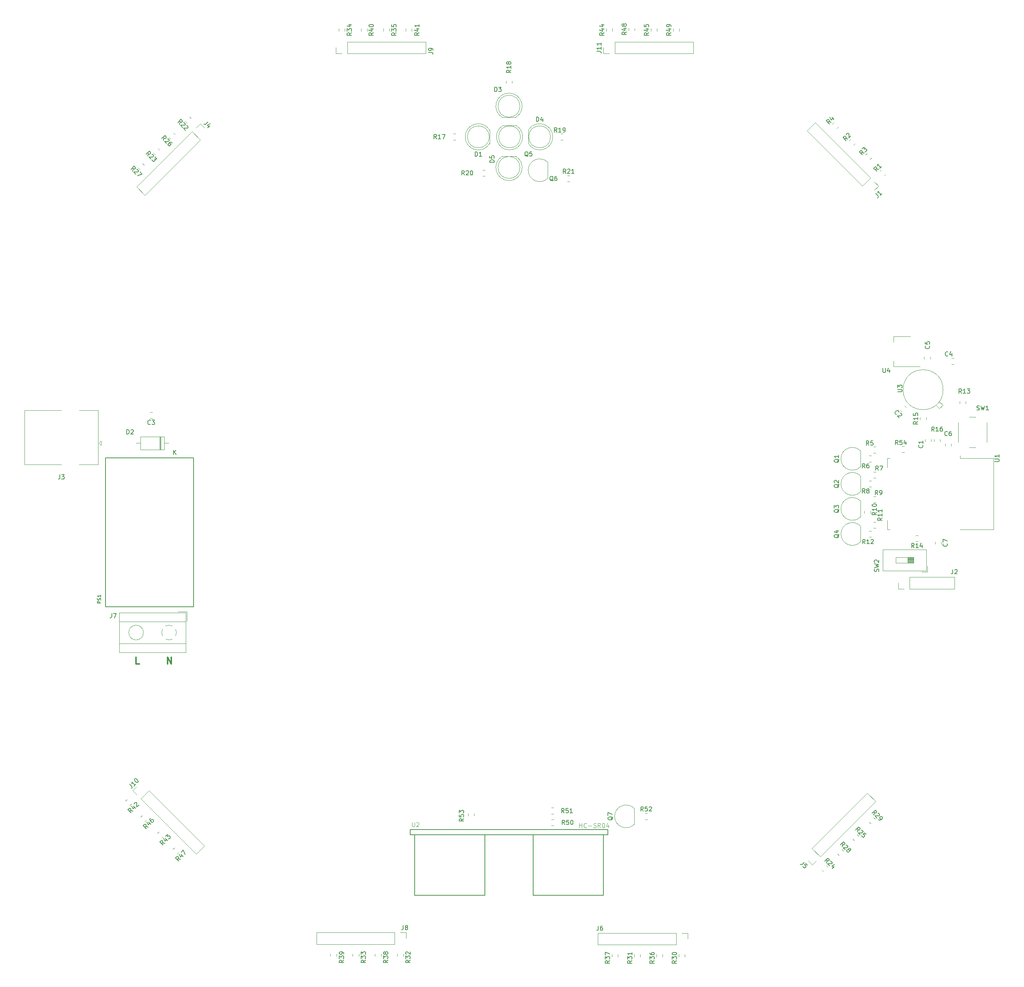
<source format=gto>
G04 #@! TF.GenerationSoftware,KiCad,Pcbnew,(5.0.2)-1*
G04 #@! TF.CreationDate,2018-12-27T20:38:08+08:00*
G04 #@! TF.ProjectId,lighting,6c696768-7469-46e6-972e-6b696361645f,rev?*
G04 #@! TF.SameCoordinates,Original*
G04 #@! TF.FileFunction,Legend,Top*
G04 #@! TF.FilePolarity,Positive*
%FSLAX45Y45*%
G04 Gerber Fmt 4.5, Leading zero omitted, Abs format (unit mm)*
G04 Created by KiCad (PCBNEW (5.0.2)-1) date 12/27/2018 8:38:08 PM*
%MOMM*%
%LPD*%
G01*
G04 APERTURE LIST*
%ADD10C,0.300000*%
%ADD11C,0.120000*%
%ADD12C,0.127000*%
%ADD13C,0.100000*%
%ADD14C,0.150000*%
%ADD15C,0.050000*%
G04 APERTURE END LIST*
D10*
X13812843Y-18241557D02*
X13812843Y-18091557D01*
X13898557Y-18241557D01*
X13898557Y-18091557D01*
X13165528Y-18241557D02*
X13094100Y-18241557D01*
X13094100Y-18091557D01*
D11*
G04 #@! TO.C,R54*
X30595925Y-13418700D02*
X30543675Y-13418700D01*
X30595925Y-13276700D02*
X30543675Y-13276700D01*
G04 #@! TO.C,C7*
X31440000Y-15456075D02*
X31440000Y-15508325D01*
X31298000Y-15456075D02*
X31298000Y-15508325D01*
G04 #@! TO.C,Q7*
X24442000Y-21897000D02*
X24442000Y-21537000D01*
X24440848Y-21900848D02*
G75*
G02X23997000Y-21717000I-183848J183848D01*
G01*
X24440848Y-21533152D02*
G75*
G03X23997000Y-21717000I-183848J-183848D01*
G01*
G04 #@! TO.C,R51*
X22605825Y-21519000D02*
X22553575Y-21519000D01*
X22605825Y-21661000D02*
X22553575Y-21661000D01*
G04 #@! TO.C,R50*
X22553575Y-21785700D02*
X22605825Y-21785700D01*
X22553575Y-21927700D02*
X22605825Y-21927700D01*
G04 #@! TO.C,R53*
X20655400Y-21653675D02*
X20655400Y-21705925D01*
X20797400Y-21653675D02*
X20797400Y-21705925D01*
G04 #@! TO.C,R52*
X24688975Y-21646000D02*
X24741225Y-21646000D01*
X24688975Y-21788000D02*
X24741225Y-21788000D01*
G04 #@! TO.C,J10*
X14461626Y-22574516D02*
X14649716Y-22386426D01*
X13200147Y-21313038D02*
X14461626Y-22574516D01*
X13388238Y-21124947D02*
X14649716Y-22386426D01*
X13200147Y-21313038D02*
X13388238Y-21124947D01*
X13110345Y-21223235D02*
X13016299Y-21129190D01*
X13016299Y-21129190D02*
X13110345Y-21035145D01*
G04 #@! TO.C,J11*
X23743000Y-4324000D02*
X23743000Y-4191000D01*
X23876000Y-4324000D02*
X23743000Y-4324000D01*
X24003000Y-4324000D02*
X24003000Y-4058000D01*
X24003000Y-4058000D02*
X25787000Y-4058000D01*
X24003000Y-4324000D02*
X25787000Y-4324000D01*
X25787000Y-4324000D02*
X25787000Y-4058000D01*
G04 #@! TO.C,J9*
X19691000Y-4324000D02*
X19691000Y-4058000D01*
X17907000Y-4324000D02*
X19691000Y-4324000D01*
X17907000Y-4058000D02*
X19691000Y-4058000D01*
X17907000Y-4324000D02*
X17907000Y-4058000D01*
X17780000Y-4324000D02*
X17647000Y-4324000D01*
X17647000Y-4324000D02*
X17647000Y-4191000D01*
G04 #@! TO.C,J8*
X19246500Y-24365300D02*
X19246500Y-24498300D01*
X19113500Y-24365300D02*
X19246500Y-24365300D01*
X18986500Y-24365300D02*
X18986500Y-24631300D01*
X18986500Y-24631300D02*
X17202500Y-24631300D01*
X18986500Y-24365300D02*
X17202500Y-24365300D01*
X17202500Y-24365300D02*
X17202500Y-24631300D01*
G04 #@! TO.C,J6*
X23616000Y-24378000D02*
X23616000Y-24644000D01*
X25400000Y-24378000D02*
X23616000Y-24378000D01*
X25400000Y-24644000D02*
X23616000Y-24644000D01*
X25400000Y-24378000D02*
X25400000Y-24644000D01*
X25527000Y-24378000D02*
X25660000Y-24378000D01*
X25660000Y-24378000D02*
X25660000Y-24511000D01*
G04 #@! TO.C,J3*
X11799000Y-13695000D02*
X12225000Y-13695000D01*
X12225000Y-13695000D02*
X12225000Y-12463000D01*
X12225000Y-12463000D02*
X11799000Y-12463000D01*
X11389000Y-13695000D02*
X10553000Y-13695000D01*
X10553000Y-13695000D02*
X10553000Y-12463000D01*
X10553000Y-12463000D02*
X11389000Y-12463000D01*
X12247000Y-13204000D02*
X12297000Y-13254000D01*
X12297000Y-13254000D02*
X12297000Y-13154000D01*
X12297000Y-13154000D02*
X12247000Y-13204000D01*
G04 #@! TO.C,R30*
X25456000Y-24865875D02*
X25456000Y-24918125D01*
X25598000Y-24865875D02*
X25598000Y-24918125D01*
G04 #@! TO.C,R31*
X24582000Y-24866775D02*
X24582000Y-24919025D01*
X24440000Y-24866775D02*
X24440000Y-24919025D01*
G04 #@! TO.C,R32*
X19042500Y-24854075D02*
X19042500Y-24906325D01*
X19184500Y-24854075D02*
X19184500Y-24906325D01*
G04 #@! TO.C,R33*
X18168500Y-24854075D02*
X18168500Y-24906325D01*
X18026500Y-24854075D02*
X18026500Y-24906325D01*
G04 #@! TO.C,R34*
X17851000Y-3811625D02*
X17851000Y-3759375D01*
X17709000Y-3811625D02*
X17709000Y-3759375D01*
G04 #@! TO.C,R35*
X18725000Y-3811625D02*
X18725000Y-3759375D01*
X18867000Y-3811625D02*
X18867000Y-3759375D01*
G04 #@! TO.C,R36*
X24948000Y-24866775D02*
X24948000Y-24919025D01*
X25090000Y-24866775D02*
X25090000Y-24919025D01*
G04 #@! TO.C,R37*
X24074000Y-24866775D02*
X24074000Y-24919025D01*
X23932000Y-24866775D02*
X23932000Y-24919025D01*
G04 #@! TO.C,R24*
X28718500Y-22938810D02*
X28755447Y-22975756D01*
X28818910Y-22838400D02*
X28855856Y-22875347D01*
G04 #@! TO.C,R39*
X17660500Y-24854075D02*
X17660500Y-24906325D01*
X17518500Y-24854075D02*
X17518500Y-24906325D01*
G04 #@! TO.C,R40*
X18359000Y-3811625D02*
X18359000Y-3759375D01*
X18217000Y-3811625D02*
X18217000Y-3759375D01*
G04 #@! TO.C,R41*
X19233000Y-3811625D02*
X19233000Y-3759375D01*
X19375000Y-3811625D02*
X19375000Y-3759375D01*
G04 #@! TO.C,R42*
X12884169Y-21330822D02*
X12847222Y-21367769D01*
X12984578Y-21431231D02*
X12947631Y-21468178D01*
G04 #@! TO.C,R43*
X13712199Y-22167831D02*
X13675253Y-22204778D01*
X13611790Y-22067422D02*
X13574844Y-22104369D01*
G04 #@! TO.C,R44*
X23947000Y-3811625D02*
X23947000Y-3759374D01*
X23805000Y-3811625D02*
X23805000Y-3759374D01*
G04 #@! TO.C,R45*
X24821000Y-3811625D02*
X24821000Y-3759375D01*
X24963000Y-3811625D02*
X24963000Y-3759375D01*
G04 #@! TO.C,R46*
X13230790Y-21695401D02*
X13193844Y-21732347D01*
X13331199Y-21795810D02*
X13294253Y-21832756D01*
G04 #@! TO.C,R47*
X14067799Y-22532410D02*
X14030853Y-22569356D01*
X13967390Y-22432000D02*
X13930444Y-22468947D01*
G04 #@! TO.C,R48*
X24455000Y-3797126D02*
X24455000Y-3744875D01*
X24313000Y-3797126D02*
X24313000Y-3744875D01*
G04 #@! TO.C,R49*
X25329000Y-3811625D02*
X25329000Y-3759375D01*
X25471000Y-3811625D02*
X25471000Y-3759375D01*
G04 #@! TO.C,R28*
X29074100Y-22570510D02*
X29111047Y-22607456D01*
X29174510Y-22470100D02*
X29211456Y-22507047D01*
G04 #@! TO.C,R26*
X13878490Y-6269999D02*
X13841544Y-6233053D01*
X13978899Y-6169590D02*
X13941953Y-6132644D01*
G04 #@! TO.C,R27*
X13280399Y-6868090D02*
X13243453Y-6831144D01*
X13179990Y-6968499D02*
X13143044Y-6931553D01*
G04 #@! TO.C,R25*
X29521131Y-22130922D02*
X29558078Y-22167869D01*
X29420722Y-22231331D02*
X29457669Y-22268278D01*
G04 #@! TO.C,R23*
X13623299Y-6525190D02*
X13586353Y-6488244D01*
X13522890Y-6625599D02*
X13485944Y-6588653D01*
G04 #@! TO.C,R29*
X29898410Y-21746201D02*
X29935356Y-21783147D01*
X29798000Y-21846610D02*
X29834947Y-21883556D01*
G04 #@! TO.C,R22*
X14347199Y-5801290D02*
X14310253Y-5764344D01*
X14246790Y-5901699D02*
X14209844Y-5864753D01*
G04 #@! TO.C,R38*
X18676500Y-24854075D02*
X18676500Y-24906325D01*
X18534500Y-24854075D02*
X18534500Y-24906325D01*
G04 #@! TO.C,SW1*
X32477800Y-13184200D02*
X32477800Y-12734200D01*
X32077800Y-13309200D02*
X32227800Y-13309200D01*
X31827800Y-12734200D02*
X31827800Y-13184200D01*
X32227800Y-12609200D02*
X32077800Y-12609200D01*
G04 #@! TO.C,J2*
X31743300Y-16528700D02*
X31743300Y-16262700D01*
X30721300Y-16528700D02*
X31743300Y-16528700D01*
X30721300Y-16262700D02*
X31743300Y-16262700D01*
X30721300Y-16528700D02*
X30721300Y-16262700D01*
X30594300Y-16528700D02*
X30461300Y-16528700D01*
X30461300Y-16528700D02*
X30461300Y-16395700D01*
G04 #@! TO.C,J7*
X14248000Y-17046000D02*
X14048000Y-17046000D01*
X14248000Y-17270000D02*
X14248000Y-17046000D01*
X13211000Y-17428400D02*
X13220400Y-17419100D01*
X12986000Y-17653500D02*
X12991900Y-17647600D01*
X13194000Y-17404400D02*
X13199900Y-17398600D01*
X12965500Y-17632900D02*
X12974900Y-17623600D01*
X12712000Y-17982000D02*
X12712000Y-17070000D01*
X14224000Y-17982000D02*
X14224000Y-17070000D01*
X14224000Y-17070000D02*
X12712000Y-17070000D01*
X14224000Y-17982000D02*
X12712000Y-17982000D01*
X14224000Y-17776000D02*
X12712000Y-17776000D01*
X14224000Y-17276000D02*
X12712000Y-17276000D01*
X13261000Y-17526000D02*
G75*
G03X13261000Y-17526000I-168000J0D01*
G01*
X13840062Y-17357955D02*
G75*
G02X13921900Y-17377600I2938J-168045D01*
G01*
X13991395Y-17447091D02*
G75*
G02X13991400Y-17604900I-148395J-78909D01*
G01*
X13921909Y-17674395D02*
G75*
G02X13764100Y-17674400I-78909J148395D01*
G01*
X13694605Y-17604909D02*
G75*
G02X13694600Y-17447100I148395J78909D01*
G01*
X13764129Y-17377665D02*
G75*
G02X13843000Y-17358000I78871J-148335D01*
G01*
G04 #@! TO.C,SW2*
X31102000Y-16117000D02*
X30112000Y-16117000D01*
X31102000Y-15633000D02*
X30112000Y-15633000D01*
X31102000Y-16117000D02*
X31102000Y-15633000D01*
X30112000Y-16117000D02*
X30112000Y-15633000D01*
X31126000Y-16141000D02*
X30987600Y-16141000D01*
X31126000Y-16141000D02*
X31126000Y-16002700D01*
X30810000Y-15938500D02*
X30810000Y-15811500D01*
X30810000Y-15811500D02*
X30404000Y-15811500D01*
X30404000Y-15811500D02*
X30404000Y-15938500D01*
X30404000Y-15938500D02*
X30810000Y-15938500D01*
X30810000Y-15926500D02*
X30674667Y-15926500D01*
X30810000Y-15914500D02*
X30674667Y-15914500D01*
X30810000Y-15902500D02*
X30674667Y-15902500D01*
X30810000Y-15890500D02*
X30674667Y-15890500D01*
X30810000Y-15878500D02*
X30674667Y-15878500D01*
X30810000Y-15866500D02*
X30674667Y-15866500D01*
X30810000Y-15854500D02*
X30674667Y-15854500D01*
X30810000Y-15842500D02*
X30674667Y-15842500D01*
X30810000Y-15830500D02*
X30674667Y-15830500D01*
X30810000Y-15818500D02*
X30674667Y-15818500D01*
X30674667Y-15938500D02*
X30674667Y-15811500D01*
G04 #@! TO.C,C2*
X30641299Y-12392590D02*
X30604353Y-12355644D01*
X30540890Y-12492999D02*
X30503944Y-12456053D01*
G04 #@! TO.C,C5*
X31191036Y-11240858D02*
X31191036Y-11293109D01*
X31049036Y-11240858D02*
X31049036Y-11293109D01*
G04 #@! TO.C,C4*
X31725325Y-11270100D02*
X31673075Y-11270100D01*
X31725325Y-11412100D02*
X31673075Y-11412100D01*
G04 #@! TO.C,C3*
X13463625Y-12644000D02*
X13411375Y-12644000D01*
X13463625Y-12502000D02*
X13411375Y-12502000D01*
G04 #@! TO.C,C1*
X31211400Y-13169725D02*
X31211400Y-13117475D01*
X31069400Y-13169725D02*
X31069400Y-13117475D01*
G04 #@! TO.C,C6*
X31526600Y-13271325D02*
X31526600Y-13219075D01*
X31668600Y-13271325D02*
X31668600Y-13219075D01*
G04 #@! TO.C,D2*
X13734000Y-13355000D02*
X13734000Y-13061000D01*
X13734000Y-13061000D02*
X13190000Y-13061000D01*
X13190000Y-13061000D02*
X13190000Y-13355000D01*
X13190000Y-13355000D02*
X13734000Y-13355000D01*
X13836000Y-13208000D02*
X13734000Y-13208000D01*
X13088000Y-13208000D02*
X13190000Y-13208000D01*
X13644000Y-13355000D02*
X13644000Y-13061000D01*
X13632000Y-13355000D02*
X13632000Y-13061000D01*
X13656000Y-13355000D02*
X13656000Y-13061000D01*
D12*
G04 #@! TO.C,U2*
X19440000Y-23517000D02*
X21040000Y-23517000D01*
X22140000Y-23517000D02*
X23740000Y-23517000D01*
X23840000Y-22137000D02*
X23740000Y-22137000D01*
X23740000Y-22137000D02*
X22140000Y-22137000D01*
X22140000Y-22137000D02*
X21040000Y-22137000D01*
X21040000Y-22137000D02*
X19440000Y-22137000D01*
X19440000Y-22137000D02*
X19340000Y-22137000D01*
X19340000Y-22137000D02*
X19340000Y-22017000D01*
X19340000Y-22017000D02*
X23840000Y-22017000D01*
X23840000Y-22017000D02*
X23840000Y-22137000D01*
X19440000Y-22137000D02*
X19440000Y-23517000D01*
X23740000Y-22137000D02*
X23740000Y-23517000D01*
X21040000Y-22137000D02*
X21040000Y-23517000D01*
X22140000Y-22137000D02*
X22140000Y-23517000D01*
D11*
G04 #@! TO.C,Q5*
X21602654Y-6522000D02*
G75*
G03X21757183Y-5967000I46J299000D01*
G01*
X21602746Y-6522000D02*
G75*
G02X21448217Y-5967000I-46J299000D01*
G01*
X21852700Y-6223000D02*
G75*
G03X21852700Y-6223000I-250000J0D01*
G01*
X21757200Y-5967000D02*
X21448200Y-5967000D01*
G04 #@! TO.C,R9*
X29894175Y-14419700D02*
X29946425Y-14419700D01*
X29894175Y-14561700D02*
X29946425Y-14561700D01*
G04 #@! TO.C,R18*
X21661000Y-5003626D02*
X21661000Y-4951375D01*
X21519000Y-5003626D02*
X21519000Y-4951375D01*
G04 #@! TO.C,R19*
X22770375Y-6152000D02*
X22822625Y-6152000D01*
X22770375Y-6294000D02*
X22822625Y-6294000D01*
G04 #@! TO.C,R20*
X21044625Y-6977500D02*
X20992375Y-6977500D01*
X21044625Y-7119500D02*
X20992375Y-7119500D01*
G04 #@! TO.C,R21*
X22921875Y-7104500D02*
X22974125Y-7104500D01*
X22921875Y-7246500D02*
X22974125Y-7246500D01*
G04 #@! TO.C,R17*
X20370625Y-6152000D02*
X20318375Y-6152000D01*
X20370625Y-6294000D02*
X20318375Y-6294000D01*
G04 #@! TO.C,R16*
X31272600Y-13169725D02*
X31272600Y-13117475D01*
X31414600Y-13169725D02*
X31414600Y-13117475D01*
G04 #@! TO.C,R15*
X31097100Y-12674425D02*
X31097100Y-12622175D01*
X30955100Y-12674425D02*
X30955100Y-12622175D01*
G04 #@! TO.C,R12*
X29792575Y-15207100D02*
X29844825Y-15207100D01*
X29792575Y-15349100D02*
X29844825Y-15349100D01*
G04 #@! TO.C,R13*
X31998800Y-12306125D02*
X31998800Y-12253875D01*
X31856800Y-12306125D02*
X31856800Y-12253875D01*
G04 #@! TO.C,R11*
X29894175Y-15003900D02*
X29946425Y-15003900D01*
X29894175Y-15145900D02*
X29946425Y-15145900D01*
G04 #@! TO.C,R8*
X29792575Y-14206100D02*
X29844825Y-14206100D01*
X29792575Y-14064100D02*
X29844825Y-14064100D01*
G04 #@! TO.C,R7*
X29894175Y-13860900D02*
X29946425Y-13860900D01*
X29894175Y-14002900D02*
X29946425Y-14002900D01*
G04 #@! TO.C,R6*
X29792575Y-13634600D02*
X29844825Y-13634600D01*
X29792575Y-13492600D02*
X29844825Y-13492600D01*
G04 #@! TO.C,R5*
X29894175Y-13289400D02*
X29946425Y-13289400D01*
X29894175Y-13431400D02*
X29946425Y-13431400D01*
G04 #@! TO.C,R1*
X30139710Y-7108199D02*
X30176656Y-7071253D01*
X30039300Y-7007790D02*
X30076247Y-6970844D01*
G04 #@! TO.C,R2*
X29340800Y-6309290D02*
X29377747Y-6272344D01*
X29441210Y-6409699D02*
X29478156Y-6372753D01*
G04 #@! TO.C,R3*
X29813231Y-6736178D02*
X29850178Y-6699231D01*
X29712822Y-6635769D02*
X29749769Y-6598822D01*
G04 #@! TO.C,R4*
X28959800Y-5928290D02*
X28996747Y-5891344D01*
X29060210Y-6028699D02*
X29097156Y-5991753D01*
G04 #@! TO.C,R14*
X30913425Y-15308700D02*
X30861175Y-15308700D01*
X30913425Y-15450700D02*
X30861175Y-15450700D01*
G04 #@! TO.C,R10*
X29827100Y-14755775D02*
X29827100Y-14808025D01*
X29685100Y-14755775D02*
X29685100Y-14808025D01*
G04 #@! TO.C,D3*
X21435500Y-5780500D02*
X21744500Y-5780500D01*
X21840000Y-5524500D02*
G75*
G03X21840000Y-5524500I-250000J0D01*
G01*
X21590046Y-5225500D02*
G75*
G03X21435517Y-5780500I-46J-299000D01*
G01*
X21589954Y-5225500D02*
G75*
G02X21744483Y-5780500I46J-299000D01*
G01*
G04 #@! TO.C,D5*
X21590046Y-7220500D02*
G75*
G02X21435517Y-6665500I-46J299000D01*
G01*
X21589954Y-7220500D02*
G75*
G03X21744483Y-6665500I46J299000D01*
G01*
X21840000Y-6921500D02*
G75*
G03X21840000Y-6921500I-250000J0D01*
G01*
X21744500Y-6665500D02*
X21435500Y-6665500D01*
G04 #@! TO.C,D4*
X22032500Y-6068500D02*
X22032500Y-6377500D01*
X22538500Y-6223000D02*
G75*
G03X22538500Y-6223000I-250000J0D01*
G01*
X22587500Y-6223046D02*
G75*
G03X22032500Y-6068517I-299000J46D01*
G01*
X22587500Y-6222954D02*
G75*
G02X22032500Y-6377483I-299000J-46D01*
G01*
G04 #@! TO.C,U4*
X30355036Y-10774484D02*
X30355036Y-10900484D01*
X30355036Y-11456483D02*
X30355036Y-11330483D01*
X30731036Y-10774484D02*
X30355036Y-10774484D01*
X30956036Y-11456483D02*
X30355036Y-11456483D01*
G04 #@! TO.C,Q6*
X22473500Y-7165000D02*
X22473500Y-6805000D01*
X22472348Y-7168848D02*
G75*
G02X22028500Y-6985000I-183848J183848D01*
G01*
X22472348Y-6801152D02*
G75*
G03X22028500Y-6985000I-183848J-183848D01*
G01*
G04 #@! TO.C,Q2*
X29598200Y-14315100D02*
X29598200Y-13955100D01*
X29597048Y-14318948D02*
G75*
G02X29153200Y-14135100I-183848J183848D01*
G01*
X29597048Y-13951252D02*
G75*
G03X29153200Y-14135100I-183848J-183848D01*
G01*
G04 #@! TO.C,Q3*
X29597048Y-14522752D02*
G75*
G03X29153200Y-14706600I-183848J-183848D01*
G01*
X29597048Y-14890448D02*
G75*
G02X29153200Y-14706600I-183848J183848D01*
G01*
X29598200Y-14886600D02*
X29598200Y-14526600D01*
G04 #@! TO.C,Q4*
X29598200Y-15458100D02*
X29598200Y-15098100D01*
X29597048Y-15461948D02*
G75*
G02X29153200Y-15278100I-183848J183848D01*
G01*
X29597048Y-15094252D02*
G75*
G03X29153200Y-15278100I-183848J-183848D01*
G01*
G04 #@! TO.C,J5*
X28498800Y-22819490D02*
X28404755Y-22725445D01*
X28592845Y-22725445D02*
X28498800Y-22819490D01*
X28682648Y-22635643D02*
X28494557Y-22447552D01*
X28494557Y-22447552D02*
X29756036Y-21186074D01*
X28682648Y-22635643D02*
X29944126Y-21374164D01*
X29944126Y-21374164D02*
X29756036Y-21186074D01*
G04 #@! TO.C,J4*
X13108874Y-7365936D02*
X13296964Y-7554026D01*
X14370352Y-6104457D02*
X13108874Y-7365936D01*
X14558443Y-6292548D02*
X13296964Y-7554026D01*
X14370352Y-6104457D02*
X14558443Y-6292548D01*
X14460155Y-6014655D02*
X14554200Y-5920610D01*
X14554200Y-5920610D02*
X14648245Y-6014655D01*
G04 #@! TO.C,J1*
X28565974Y-5898884D02*
X28377884Y-6086974D01*
X29827453Y-7160362D02*
X28565974Y-5898884D01*
X29639362Y-7348453D02*
X28377884Y-6086974D01*
X29827453Y-7160362D02*
X29639362Y-7348453D01*
X29917255Y-7250165D02*
X30011301Y-7344210D01*
X30011301Y-7344210D02*
X29917255Y-7438255D01*
G04 #@! TO.C,Q1*
X29598200Y-13743600D02*
X29598200Y-13383600D01*
X29597048Y-13747448D02*
G75*
G02X29153200Y-13563600I-183848J183848D01*
G01*
X29597048Y-13379752D02*
G75*
G03X29153200Y-13563600I-183848J-183848D01*
G01*
D13*
G04 #@! TO.C,U3*
X31386100Y-12258800D02*
X31476100Y-12338800D01*
X31476100Y-12338800D02*
X31396100Y-12418800D01*
X31396100Y-12418800D02*
X31316100Y-12338800D01*
X31481210Y-11988800D02*
G75*
G03X31481210Y-11988800I-455110J0D01*
G01*
D11*
G04 #@! TO.C,D1*
X21147500Y-6377500D02*
X21147500Y-6068500D01*
X21141500Y-6223000D02*
G75*
G03X21141500Y-6223000I-250000J0D01*
G01*
X20592500Y-6222954D02*
G75*
G03X21147500Y-6377483I299000J-46D01*
G01*
X20592500Y-6223046D02*
G75*
G02X21147500Y-6068517I299000J46D01*
G01*
D12*
G04 #@! TO.C,PS1*
X12398500Y-13540000D02*
X12398500Y-16940000D01*
X14398500Y-16940000D02*
X14398500Y-13540000D01*
X12398500Y-16940000D02*
X14398500Y-16940000D01*
X14398500Y-13540000D02*
X12398500Y-13540000D01*
D11*
G04 #@! TO.C,U1*
X32631800Y-13551700D02*
X32631800Y-15175700D01*
X32631800Y-15175700D02*
X31869800Y-15175700D01*
X30269800Y-15175700D02*
X30207800Y-15175700D01*
X30207800Y-15175700D02*
X30207800Y-14963700D01*
X30207800Y-13763700D02*
X30207800Y-13551700D01*
X30207800Y-13551700D02*
X30269800Y-13551700D01*
X31869800Y-13551700D02*
X32631800Y-13551700D01*
X31869800Y-13551700D02*
X31869800Y-13490700D01*
G04 #@! TO.C,R54*
D14*
X30453814Y-13240538D02*
X30420481Y-13192919D01*
X30396671Y-13240538D02*
X30396671Y-13140538D01*
X30434767Y-13140538D01*
X30444290Y-13145300D01*
X30449052Y-13150062D01*
X30453814Y-13159586D01*
X30453814Y-13173871D01*
X30449052Y-13183395D01*
X30444290Y-13188157D01*
X30434767Y-13192919D01*
X30396671Y-13192919D01*
X30544290Y-13140538D02*
X30496671Y-13140538D01*
X30491909Y-13188157D01*
X30496671Y-13183395D01*
X30506195Y-13178633D01*
X30530005Y-13178633D01*
X30539528Y-13183395D01*
X30544290Y-13188157D01*
X30549052Y-13197681D01*
X30549052Y-13221490D01*
X30544290Y-13231014D01*
X30539528Y-13235776D01*
X30530005Y-13240538D01*
X30506195Y-13240538D01*
X30496671Y-13235776D01*
X30491909Y-13231014D01*
X30634767Y-13173871D02*
X30634767Y-13240538D01*
X30610957Y-13135776D02*
X30587148Y-13207205D01*
X30649052Y-13207205D01*
G04 #@! TO.C,C7*
X31569714Y-15498866D02*
X31574476Y-15503628D01*
X31579238Y-15517914D01*
X31579238Y-15527438D01*
X31574476Y-15541724D01*
X31564952Y-15551247D01*
X31555428Y-15556009D01*
X31536381Y-15560771D01*
X31522095Y-15560771D01*
X31503048Y-15556009D01*
X31493524Y-15551247D01*
X31484000Y-15541724D01*
X31479238Y-15527438D01*
X31479238Y-15517914D01*
X31484000Y-15503628D01*
X31488762Y-15498866D01*
X31479238Y-15465533D02*
X31479238Y-15398866D01*
X31579238Y-15441724D01*
G04 #@! TO.C,Q7*
X23955762Y-21726524D02*
X23951000Y-21736048D01*
X23941476Y-21745571D01*
X23927190Y-21759857D01*
X23922428Y-21769381D01*
X23922428Y-21778905D01*
X23946238Y-21774143D02*
X23941476Y-21783667D01*
X23931952Y-21793190D01*
X23912905Y-21797952D01*
X23879571Y-21797952D01*
X23860524Y-21793190D01*
X23851000Y-21783667D01*
X23846238Y-21774143D01*
X23846238Y-21755095D01*
X23851000Y-21745571D01*
X23860524Y-21736048D01*
X23879571Y-21731286D01*
X23912905Y-21731286D01*
X23931952Y-21736048D01*
X23941476Y-21745571D01*
X23946238Y-21755095D01*
X23946238Y-21774143D01*
X23846238Y-21697952D02*
X23846238Y-21631286D01*
X23946238Y-21674143D01*
G04 #@! TO.C,R51*
X22846514Y-21635238D02*
X22813181Y-21587619D01*
X22789371Y-21635238D02*
X22789371Y-21535238D01*
X22827467Y-21535238D01*
X22836990Y-21540000D01*
X22841752Y-21544762D01*
X22846514Y-21554286D01*
X22846514Y-21568571D01*
X22841752Y-21578095D01*
X22836990Y-21582857D01*
X22827467Y-21587619D01*
X22789371Y-21587619D01*
X22936990Y-21535238D02*
X22889371Y-21535238D01*
X22884609Y-21582857D01*
X22889371Y-21578095D01*
X22898895Y-21573333D01*
X22922705Y-21573333D01*
X22932228Y-21578095D01*
X22936990Y-21582857D01*
X22941752Y-21592381D01*
X22941752Y-21616190D01*
X22936990Y-21625714D01*
X22932228Y-21630476D01*
X22922705Y-21635238D01*
X22898895Y-21635238D01*
X22889371Y-21630476D01*
X22884609Y-21625714D01*
X23036990Y-21635238D02*
X22979848Y-21635238D01*
X23008419Y-21635238D02*
X23008419Y-21535238D01*
X22998895Y-21549524D01*
X22989371Y-21559048D01*
X22979848Y-21563810D01*
G04 #@! TO.C,R50*
X22859214Y-21901938D02*
X22825881Y-21854319D01*
X22802071Y-21901938D02*
X22802071Y-21801938D01*
X22840167Y-21801938D01*
X22849690Y-21806700D01*
X22854452Y-21811462D01*
X22859214Y-21820986D01*
X22859214Y-21835271D01*
X22854452Y-21844795D01*
X22849690Y-21849557D01*
X22840167Y-21854319D01*
X22802071Y-21854319D01*
X22949690Y-21801938D02*
X22902071Y-21801938D01*
X22897309Y-21849557D01*
X22902071Y-21844795D01*
X22911595Y-21840033D01*
X22935405Y-21840033D01*
X22944928Y-21844795D01*
X22949690Y-21849557D01*
X22954452Y-21859081D01*
X22954452Y-21882890D01*
X22949690Y-21892414D01*
X22944928Y-21897176D01*
X22935405Y-21901938D01*
X22911595Y-21901938D01*
X22902071Y-21897176D01*
X22897309Y-21892414D01*
X23016357Y-21801938D02*
X23025881Y-21801938D01*
X23035405Y-21806700D01*
X23040167Y-21811462D01*
X23044928Y-21820986D01*
X23049690Y-21840033D01*
X23049690Y-21863843D01*
X23044928Y-21882890D01*
X23040167Y-21892414D01*
X23035405Y-21897176D01*
X23025881Y-21901938D01*
X23016357Y-21901938D01*
X23006833Y-21897176D01*
X23002071Y-21892414D01*
X22997309Y-21882890D01*
X22992548Y-21863843D01*
X22992548Y-21840033D01*
X22997309Y-21820986D01*
X23002071Y-21811462D01*
X23006833Y-21806700D01*
X23016357Y-21801938D01*
G04 #@! TO.C,R53*
X20555738Y-21768586D02*
X20508119Y-21801919D01*
X20555738Y-21825729D02*
X20455738Y-21825729D01*
X20455738Y-21787633D01*
X20460500Y-21778110D01*
X20465262Y-21773348D01*
X20474786Y-21768586D01*
X20489071Y-21768586D01*
X20498595Y-21773348D01*
X20503357Y-21778110D01*
X20508119Y-21787633D01*
X20508119Y-21825729D01*
X20455738Y-21678110D02*
X20455738Y-21725729D01*
X20503357Y-21730490D01*
X20498595Y-21725729D01*
X20493833Y-21716205D01*
X20493833Y-21692395D01*
X20498595Y-21682871D01*
X20503357Y-21678110D01*
X20512881Y-21673348D01*
X20536690Y-21673348D01*
X20546214Y-21678110D01*
X20550976Y-21682871D01*
X20555738Y-21692395D01*
X20555738Y-21716205D01*
X20550976Y-21725729D01*
X20546214Y-21730490D01*
X20455738Y-21640014D02*
X20455738Y-21578110D01*
X20493833Y-21611443D01*
X20493833Y-21597157D01*
X20498595Y-21587633D01*
X20503357Y-21582871D01*
X20512881Y-21578110D01*
X20536690Y-21578110D01*
X20546214Y-21582871D01*
X20550976Y-21587633D01*
X20555738Y-21597157D01*
X20555738Y-21625729D01*
X20550976Y-21635252D01*
X20546214Y-21640014D01*
G04 #@! TO.C,R52*
X24650814Y-21597238D02*
X24617481Y-21549619D01*
X24593671Y-21597238D02*
X24593671Y-21497238D01*
X24631767Y-21497238D01*
X24641290Y-21502000D01*
X24646052Y-21506762D01*
X24650814Y-21516286D01*
X24650814Y-21530571D01*
X24646052Y-21540095D01*
X24641290Y-21544857D01*
X24631767Y-21549619D01*
X24593671Y-21549619D01*
X24741290Y-21497238D02*
X24693671Y-21497238D01*
X24688909Y-21544857D01*
X24693671Y-21540095D01*
X24703195Y-21535333D01*
X24727005Y-21535333D01*
X24736528Y-21540095D01*
X24741290Y-21544857D01*
X24746052Y-21554381D01*
X24746052Y-21578190D01*
X24741290Y-21587714D01*
X24736528Y-21592476D01*
X24727005Y-21597238D01*
X24703195Y-21597238D01*
X24693671Y-21592476D01*
X24688909Y-21587714D01*
X24784148Y-21506762D02*
X24788909Y-21502000D01*
X24798433Y-21497238D01*
X24822243Y-21497238D01*
X24831767Y-21502000D01*
X24836528Y-21506762D01*
X24841290Y-21516286D01*
X24841290Y-21525810D01*
X24836528Y-21540095D01*
X24779386Y-21597238D01*
X24841290Y-21597238D01*
G04 #@! TO.C,J10*
X12943669Y-20982953D02*
X12994177Y-21033461D01*
X13000911Y-21046930D01*
X13000911Y-21060398D01*
X12994177Y-21073867D01*
X12987443Y-21080601D01*
X13085091Y-20982953D02*
X13044685Y-21023359D01*
X13064888Y-21003156D02*
X12994177Y-20932446D01*
X12997544Y-20949282D01*
X12997544Y-20962750D01*
X12994177Y-20972852D01*
X13058153Y-20868469D02*
X13064888Y-20861735D01*
X13074989Y-20858368D01*
X13081723Y-20858368D01*
X13091825Y-20861735D01*
X13108661Y-20871837D01*
X13125497Y-20888672D01*
X13135598Y-20905508D01*
X13138965Y-20915610D01*
X13138965Y-20922344D01*
X13135598Y-20932446D01*
X13128864Y-20939180D01*
X13118762Y-20942547D01*
X13112028Y-20942547D01*
X13101927Y-20939180D01*
X13085091Y-20929079D01*
X13068255Y-20912243D01*
X13058153Y-20895407D01*
X13054786Y-20885305D01*
X13054786Y-20878571D01*
X13058153Y-20868469D01*
G04 #@! TO.C,J11*
X23588238Y-4271952D02*
X23659667Y-4271952D01*
X23673952Y-4276714D01*
X23683476Y-4286238D01*
X23688238Y-4300524D01*
X23688238Y-4310048D01*
X23688238Y-4171952D02*
X23688238Y-4229095D01*
X23688238Y-4200524D02*
X23588238Y-4200524D01*
X23602524Y-4210048D01*
X23612048Y-4219571D01*
X23616809Y-4229095D01*
X23688238Y-4076714D02*
X23688238Y-4133857D01*
X23688238Y-4105286D02*
X23588238Y-4105286D01*
X23602524Y-4114809D01*
X23612048Y-4124333D01*
X23616809Y-4133857D01*
G04 #@! TO.C,J9*
X19757238Y-4300533D02*
X19828667Y-4300533D01*
X19842952Y-4305295D01*
X19852476Y-4314819D01*
X19857238Y-4329105D01*
X19857238Y-4338629D01*
X19857238Y-4248152D02*
X19857238Y-4229105D01*
X19852476Y-4219581D01*
X19847714Y-4214819D01*
X19833429Y-4205295D01*
X19814381Y-4200533D01*
X19776286Y-4200533D01*
X19766762Y-4205295D01*
X19762000Y-4210057D01*
X19757238Y-4219581D01*
X19757238Y-4238629D01*
X19762000Y-4248152D01*
X19766762Y-4252914D01*
X19776286Y-4257676D01*
X19800095Y-4257676D01*
X19809619Y-4252914D01*
X19814381Y-4248152D01*
X19819143Y-4238629D01*
X19819143Y-4219581D01*
X19814381Y-4210057D01*
X19809619Y-4205295D01*
X19800095Y-4200533D01*
G04 #@! TO.C,J8*
X19181767Y-24202238D02*
X19181767Y-24273667D01*
X19177005Y-24287952D01*
X19167481Y-24297476D01*
X19153195Y-24302238D01*
X19143671Y-24302238D01*
X19243671Y-24245095D02*
X19234148Y-24240333D01*
X19229386Y-24235571D01*
X19224624Y-24226048D01*
X19224624Y-24221286D01*
X19229386Y-24211762D01*
X19234148Y-24207000D01*
X19243671Y-24202238D01*
X19262719Y-24202238D01*
X19272243Y-24207000D01*
X19277005Y-24211762D01*
X19281767Y-24221286D01*
X19281767Y-24226048D01*
X19277005Y-24235571D01*
X19272243Y-24240333D01*
X19262719Y-24245095D01*
X19243671Y-24245095D01*
X19234148Y-24249857D01*
X19229386Y-24254619D01*
X19224624Y-24264143D01*
X19224624Y-24283190D01*
X19229386Y-24292714D01*
X19234148Y-24297476D01*
X19243671Y-24302238D01*
X19262719Y-24302238D01*
X19272243Y-24297476D01*
X19277005Y-24292714D01*
X19281767Y-24283190D01*
X19281767Y-24264143D01*
X19277005Y-24254619D01*
X19272243Y-24249857D01*
X19262719Y-24245095D01*
G04 #@! TO.C,J6*
X23626767Y-24214938D02*
X23626767Y-24286367D01*
X23622005Y-24300652D01*
X23612481Y-24310176D01*
X23598195Y-24314938D01*
X23588671Y-24314938D01*
X23717243Y-24214938D02*
X23698195Y-24214938D01*
X23688671Y-24219700D01*
X23683909Y-24224462D01*
X23674386Y-24238748D01*
X23669624Y-24257795D01*
X23669624Y-24295890D01*
X23674386Y-24305414D01*
X23679148Y-24310176D01*
X23688671Y-24314938D01*
X23707719Y-24314938D01*
X23717243Y-24310176D01*
X23722005Y-24305414D01*
X23726767Y-24295890D01*
X23726767Y-24272081D01*
X23722005Y-24262557D01*
X23717243Y-24257795D01*
X23707719Y-24253033D01*
X23688671Y-24253033D01*
X23679148Y-24257795D01*
X23674386Y-24262557D01*
X23669624Y-24272081D01*
G04 #@! TO.C,J3*
X11355667Y-13926238D02*
X11355667Y-13997667D01*
X11350905Y-14011952D01*
X11341381Y-14021476D01*
X11327095Y-14026238D01*
X11317571Y-14026238D01*
X11393762Y-13926238D02*
X11455667Y-13926238D01*
X11422333Y-13964333D01*
X11436619Y-13964333D01*
X11446143Y-13969095D01*
X11450905Y-13973857D01*
X11455667Y-13983381D01*
X11455667Y-14007190D01*
X11450905Y-14016714D01*
X11446143Y-14021476D01*
X11436619Y-14026238D01*
X11408048Y-14026238D01*
X11398524Y-14021476D01*
X11393762Y-14016714D01*
G04 #@! TO.C,R30*
X25407138Y-25007086D02*
X25359519Y-25040419D01*
X25407138Y-25064228D02*
X25307138Y-25064228D01*
X25307138Y-25026133D01*
X25311900Y-25016609D01*
X25316662Y-25011848D01*
X25326186Y-25007086D01*
X25340471Y-25007086D01*
X25349995Y-25011848D01*
X25354757Y-25016609D01*
X25359519Y-25026133D01*
X25359519Y-25064228D01*
X25307138Y-24973752D02*
X25307138Y-24911848D01*
X25345233Y-24945181D01*
X25345233Y-24930895D01*
X25349995Y-24921371D01*
X25354757Y-24916609D01*
X25364281Y-24911848D01*
X25388090Y-24911848D01*
X25397614Y-24916609D01*
X25402376Y-24921371D01*
X25407138Y-24930895D01*
X25407138Y-24959467D01*
X25402376Y-24968990D01*
X25397614Y-24973752D01*
X25307138Y-24849943D02*
X25307138Y-24840419D01*
X25311900Y-24830895D01*
X25316662Y-24826133D01*
X25326186Y-24821371D01*
X25345233Y-24816609D01*
X25369043Y-24816609D01*
X25388090Y-24821371D01*
X25397614Y-24826133D01*
X25402376Y-24830895D01*
X25407138Y-24840419D01*
X25407138Y-24849943D01*
X25402376Y-24859467D01*
X25397614Y-24864228D01*
X25388090Y-24868990D01*
X25369043Y-24873752D01*
X25345233Y-24873752D01*
X25326186Y-24868990D01*
X25316662Y-24864228D01*
X25311900Y-24859467D01*
X25307138Y-24849943D01*
G04 #@! TO.C,R31*
X24391138Y-25007086D02*
X24343519Y-25040419D01*
X24391138Y-25064228D02*
X24291138Y-25064228D01*
X24291138Y-25026133D01*
X24295900Y-25016609D01*
X24300662Y-25011848D01*
X24310186Y-25007086D01*
X24324471Y-25007086D01*
X24333995Y-25011848D01*
X24338757Y-25016609D01*
X24343519Y-25026133D01*
X24343519Y-25064228D01*
X24291138Y-24973752D02*
X24291138Y-24911848D01*
X24329233Y-24945181D01*
X24329233Y-24930895D01*
X24333995Y-24921371D01*
X24338757Y-24916609D01*
X24348281Y-24911848D01*
X24372090Y-24911848D01*
X24381614Y-24916609D01*
X24386376Y-24921371D01*
X24391138Y-24930895D01*
X24391138Y-24959467D01*
X24386376Y-24968990D01*
X24381614Y-24973752D01*
X24391138Y-24816609D02*
X24391138Y-24873752D01*
X24391138Y-24845181D02*
X24291138Y-24845181D01*
X24305424Y-24854705D01*
X24314948Y-24864228D01*
X24319709Y-24873752D01*
G04 #@! TO.C,R32*
X19336538Y-24994386D02*
X19288919Y-25027719D01*
X19336538Y-25051528D02*
X19236538Y-25051528D01*
X19236538Y-25013433D01*
X19241300Y-25003909D01*
X19246062Y-24999148D01*
X19255586Y-24994386D01*
X19269871Y-24994386D01*
X19279395Y-24999148D01*
X19284157Y-25003909D01*
X19288919Y-25013433D01*
X19288919Y-25051528D01*
X19236538Y-24961052D02*
X19236538Y-24899148D01*
X19274633Y-24932481D01*
X19274633Y-24918195D01*
X19279395Y-24908671D01*
X19284157Y-24903909D01*
X19293681Y-24899148D01*
X19317490Y-24899148D01*
X19327014Y-24903909D01*
X19331776Y-24908671D01*
X19336538Y-24918195D01*
X19336538Y-24946767D01*
X19331776Y-24956290D01*
X19327014Y-24961052D01*
X19246062Y-24861052D02*
X19241300Y-24856290D01*
X19236538Y-24846767D01*
X19236538Y-24822957D01*
X19241300Y-24813433D01*
X19246062Y-24808671D01*
X19255586Y-24803909D01*
X19265110Y-24803909D01*
X19279395Y-24808671D01*
X19336538Y-24865814D01*
X19336538Y-24803909D01*
G04 #@! TO.C,R33*
X18320538Y-24994386D02*
X18272919Y-25027719D01*
X18320538Y-25051528D02*
X18220538Y-25051528D01*
X18220538Y-25013433D01*
X18225300Y-25003909D01*
X18230062Y-24999148D01*
X18239586Y-24994386D01*
X18253871Y-24994386D01*
X18263395Y-24999148D01*
X18268157Y-25003909D01*
X18272919Y-25013433D01*
X18272919Y-25051528D01*
X18220538Y-24961052D02*
X18220538Y-24899148D01*
X18258633Y-24932481D01*
X18258633Y-24918195D01*
X18263395Y-24908671D01*
X18268157Y-24903909D01*
X18277681Y-24899148D01*
X18301490Y-24899148D01*
X18311014Y-24903909D01*
X18315776Y-24908671D01*
X18320538Y-24918195D01*
X18320538Y-24946767D01*
X18315776Y-24956290D01*
X18311014Y-24961052D01*
X18220538Y-24865814D02*
X18220538Y-24803909D01*
X18258633Y-24837243D01*
X18258633Y-24822957D01*
X18263395Y-24813433D01*
X18268157Y-24808671D01*
X18277681Y-24803909D01*
X18301490Y-24803909D01*
X18311014Y-24808671D01*
X18315776Y-24813433D01*
X18320538Y-24822957D01*
X18320538Y-24851528D01*
X18315776Y-24861052D01*
X18311014Y-24865814D01*
G04 #@! TO.C,R34*
X18003038Y-3848886D02*
X17955419Y-3882219D01*
X18003038Y-3906028D02*
X17903038Y-3906028D01*
X17903038Y-3867933D01*
X17907800Y-3858409D01*
X17912562Y-3853648D01*
X17922086Y-3848886D01*
X17936371Y-3848886D01*
X17945895Y-3853648D01*
X17950657Y-3858409D01*
X17955419Y-3867933D01*
X17955419Y-3906028D01*
X17903038Y-3815552D02*
X17903038Y-3753648D01*
X17941133Y-3786981D01*
X17941133Y-3772695D01*
X17945895Y-3763171D01*
X17950657Y-3758409D01*
X17960181Y-3753648D01*
X17983990Y-3753648D01*
X17993514Y-3758409D01*
X17998276Y-3763171D01*
X18003038Y-3772695D01*
X18003038Y-3801267D01*
X17998276Y-3810790D01*
X17993514Y-3815552D01*
X17936371Y-3667933D02*
X18003038Y-3667933D01*
X17898276Y-3691743D02*
X17969705Y-3715552D01*
X17969705Y-3653648D01*
G04 #@! TO.C,R35*
X19019038Y-3849786D02*
X18971419Y-3883119D01*
X19019038Y-3906928D02*
X18919038Y-3906928D01*
X18919038Y-3868833D01*
X18923800Y-3859309D01*
X18928562Y-3854548D01*
X18938086Y-3849786D01*
X18952371Y-3849786D01*
X18961895Y-3854548D01*
X18966657Y-3859309D01*
X18971419Y-3868833D01*
X18971419Y-3906928D01*
X18919038Y-3816452D02*
X18919038Y-3754548D01*
X18957133Y-3787881D01*
X18957133Y-3773595D01*
X18961895Y-3764071D01*
X18966657Y-3759309D01*
X18976181Y-3754548D01*
X18999990Y-3754548D01*
X19009514Y-3759309D01*
X19014276Y-3764071D01*
X19019038Y-3773595D01*
X19019038Y-3802167D01*
X19014276Y-3811690D01*
X19009514Y-3816452D01*
X18919038Y-3664071D02*
X18919038Y-3711690D01*
X18966657Y-3716452D01*
X18961895Y-3711690D01*
X18957133Y-3702167D01*
X18957133Y-3678357D01*
X18961895Y-3668833D01*
X18966657Y-3664071D01*
X18976181Y-3659309D01*
X18999990Y-3659309D01*
X19009514Y-3664071D01*
X19014276Y-3668833D01*
X19019038Y-3678357D01*
X19019038Y-3702167D01*
X19014276Y-3711690D01*
X19009514Y-3716452D01*
G04 #@! TO.C,R36*
X24899138Y-25007086D02*
X24851519Y-25040419D01*
X24899138Y-25064228D02*
X24799138Y-25064228D01*
X24799138Y-25026133D01*
X24803900Y-25016609D01*
X24808662Y-25011848D01*
X24818186Y-25007086D01*
X24832471Y-25007086D01*
X24841995Y-25011848D01*
X24846757Y-25016609D01*
X24851519Y-25026133D01*
X24851519Y-25064228D01*
X24799138Y-24973752D02*
X24799138Y-24911848D01*
X24837233Y-24945181D01*
X24837233Y-24930895D01*
X24841995Y-24921371D01*
X24846757Y-24916609D01*
X24856281Y-24911848D01*
X24880090Y-24911848D01*
X24889614Y-24916609D01*
X24894376Y-24921371D01*
X24899138Y-24930895D01*
X24899138Y-24959467D01*
X24894376Y-24968990D01*
X24889614Y-24973752D01*
X24799138Y-24826133D02*
X24799138Y-24845181D01*
X24803900Y-24854705D01*
X24808662Y-24859467D01*
X24822948Y-24868990D01*
X24841995Y-24873752D01*
X24880090Y-24873752D01*
X24889614Y-24868990D01*
X24894376Y-24864228D01*
X24899138Y-24854705D01*
X24899138Y-24835657D01*
X24894376Y-24826133D01*
X24889614Y-24821371D01*
X24880090Y-24816609D01*
X24856281Y-24816609D01*
X24846757Y-24821371D01*
X24841995Y-24826133D01*
X24837233Y-24835657D01*
X24837233Y-24854705D01*
X24841995Y-24864228D01*
X24846757Y-24868990D01*
X24856281Y-24873752D01*
G04 #@! TO.C,R37*
X23883138Y-25007086D02*
X23835519Y-25040419D01*
X23883138Y-25064228D02*
X23783138Y-25064228D01*
X23783138Y-25026133D01*
X23787900Y-25016609D01*
X23792662Y-25011848D01*
X23802186Y-25007086D01*
X23816471Y-25007086D01*
X23825995Y-25011848D01*
X23830757Y-25016609D01*
X23835519Y-25026133D01*
X23835519Y-25064228D01*
X23783138Y-24973752D02*
X23783138Y-24911848D01*
X23821233Y-24945181D01*
X23821233Y-24930895D01*
X23825995Y-24921371D01*
X23830757Y-24916609D01*
X23840281Y-24911848D01*
X23864090Y-24911848D01*
X23873614Y-24916609D01*
X23878376Y-24921371D01*
X23883138Y-24930895D01*
X23883138Y-24959467D01*
X23878376Y-24968990D01*
X23873614Y-24973752D01*
X23783138Y-24878514D02*
X23783138Y-24811848D01*
X23883138Y-24854705D01*
G04 #@! TO.C,R24*
X28826406Y-22776937D02*
X28836507Y-22719695D01*
X28786000Y-22736531D02*
X28856710Y-22665820D01*
X28883648Y-22692758D01*
X28887015Y-22702859D01*
X28887015Y-22709593D01*
X28883648Y-22719695D01*
X28873546Y-22729797D01*
X28863445Y-22733164D01*
X28856710Y-22733164D01*
X28846609Y-22729797D01*
X28819672Y-22702859D01*
X28917320Y-22739898D02*
X28924054Y-22739898D01*
X28934155Y-22743265D01*
X28950991Y-22760101D01*
X28954359Y-22770203D01*
X28954359Y-22776937D01*
X28950991Y-22787039D01*
X28944257Y-22793773D01*
X28930788Y-22800507D01*
X28849976Y-22800507D01*
X28893749Y-22844281D01*
X29001499Y-22857749D02*
X28954359Y-22904890D01*
X29011601Y-22813976D02*
X28944257Y-22847648D01*
X28988030Y-22891421D01*
G04 #@! TO.C,R39*
X17825238Y-24994386D02*
X17777619Y-25027719D01*
X17825238Y-25051528D02*
X17725238Y-25051528D01*
X17725238Y-25013433D01*
X17730000Y-25003909D01*
X17734762Y-24999148D01*
X17744286Y-24994386D01*
X17758571Y-24994386D01*
X17768095Y-24999148D01*
X17772857Y-25003909D01*
X17777619Y-25013433D01*
X17777619Y-25051528D01*
X17725238Y-24961052D02*
X17725238Y-24899148D01*
X17763333Y-24932481D01*
X17763333Y-24918195D01*
X17768095Y-24908671D01*
X17772857Y-24903909D01*
X17782381Y-24899148D01*
X17806190Y-24899148D01*
X17815714Y-24903909D01*
X17820476Y-24908671D01*
X17825238Y-24918195D01*
X17825238Y-24946767D01*
X17820476Y-24956290D01*
X17815714Y-24961052D01*
X17825238Y-24851528D02*
X17825238Y-24832481D01*
X17820476Y-24822957D01*
X17815714Y-24818195D01*
X17801429Y-24808671D01*
X17782381Y-24803909D01*
X17744286Y-24803909D01*
X17734762Y-24808671D01*
X17730000Y-24813433D01*
X17725238Y-24822957D01*
X17725238Y-24842005D01*
X17730000Y-24851528D01*
X17734762Y-24856290D01*
X17744286Y-24861052D01*
X17768095Y-24861052D01*
X17777619Y-24856290D01*
X17782381Y-24851528D01*
X17787143Y-24842005D01*
X17787143Y-24822957D01*
X17782381Y-24813433D01*
X17777619Y-24808671D01*
X17768095Y-24803909D01*
G04 #@! TO.C,R40*
X18498338Y-3848886D02*
X18450719Y-3882219D01*
X18498338Y-3906028D02*
X18398338Y-3906028D01*
X18398338Y-3867933D01*
X18403100Y-3858409D01*
X18407862Y-3853648D01*
X18417386Y-3848886D01*
X18431671Y-3848886D01*
X18441195Y-3853648D01*
X18445957Y-3858409D01*
X18450719Y-3867933D01*
X18450719Y-3906028D01*
X18431671Y-3763171D02*
X18498338Y-3763171D01*
X18393576Y-3786981D02*
X18465005Y-3810790D01*
X18465005Y-3748886D01*
X18398338Y-3691743D02*
X18398338Y-3682219D01*
X18403100Y-3672695D01*
X18407862Y-3667933D01*
X18417386Y-3663171D01*
X18436433Y-3658409D01*
X18460243Y-3658409D01*
X18479290Y-3663171D01*
X18488814Y-3667933D01*
X18493576Y-3672695D01*
X18498338Y-3682219D01*
X18498338Y-3691743D01*
X18493576Y-3701267D01*
X18488814Y-3706028D01*
X18479290Y-3710790D01*
X18460243Y-3715552D01*
X18436433Y-3715552D01*
X18417386Y-3710790D01*
X18407862Y-3706028D01*
X18403100Y-3701267D01*
X18398338Y-3691743D01*
G04 #@! TO.C,R41*
X19539738Y-3848886D02*
X19492119Y-3882219D01*
X19539738Y-3906028D02*
X19439738Y-3906028D01*
X19439738Y-3867933D01*
X19444500Y-3858409D01*
X19449262Y-3853648D01*
X19458786Y-3848886D01*
X19473071Y-3848886D01*
X19482595Y-3853648D01*
X19487357Y-3858409D01*
X19492119Y-3867933D01*
X19492119Y-3906028D01*
X19473071Y-3763171D02*
X19539738Y-3763171D01*
X19434976Y-3786981D02*
X19506405Y-3810790D01*
X19506405Y-3748886D01*
X19539738Y-3658409D02*
X19539738Y-3715552D01*
X19539738Y-3686981D02*
X19439738Y-3686981D01*
X19454024Y-3696505D01*
X19463548Y-3706028D01*
X19468310Y-3715552D01*
G04 #@! TO.C,R42*
X13019104Y-21593618D02*
X12961862Y-21583516D01*
X12978698Y-21634024D02*
X12907987Y-21563313D01*
X12934924Y-21536376D01*
X12945026Y-21533008D01*
X12951760Y-21533008D01*
X12961862Y-21536376D01*
X12971963Y-21546477D01*
X12975331Y-21556579D01*
X12975331Y-21563313D01*
X12971963Y-21573415D01*
X12945026Y-21600352D01*
X13032573Y-21485868D02*
X13079713Y-21533008D01*
X12988799Y-21475766D02*
X13022471Y-21543110D01*
X13066244Y-21499337D01*
X13049408Y-21435360D02*
X13049408Y-21428626D01*
X13052776Y-21418525D01*
X13069611Y-21401689D01*
X13079713Y-21398321D01*
X13086447Y-21398321D01*
X13096549Y-21401689D01*
X13103283Y-21408423D01*
X13110018Y-21421892D01*
X13110018Y-21502704D01*
X13153791Y-21458931D01*
G04 #@! TO.C,R43*
X13746725Y-22330218D02*
X13689483Y-22320116D01*
X13706319Y-22370624D02*
X13635609Y-22299913D01*
X13662546Y-22272976D01*
X13672648Y-22269608D01*
X13679382Y-22269608D01*
X13689483Y-22272976D01*
X13699585Y-22283077D01*
X13702952Y-22293179D01*
X13702952Y-22299913D01*
X13699585Y-22310015D01*
X13672648Y-22336952D01*
X13760194Y-22222468D02*
X13807335Y-22269608D01*
X13716421Y-22212366D02*
X13750093Y-22279710D01*
X13793866Y-22235937D01*
X13766928Y-22168593D02*
X13810702Y-22124820D01*
X13814069Y-22175328D01*
X13824170Y-22165226D01*
X13834272Y-22161859D01*
X13841006Y-22161859D01*
X13851108Y-22165226D01*
X13867944Y-22182062D01*
X13871311Y-22192163D01*
X13871311Y-22198898D01*
X13867944Y-22208999D01*
X13847741Y-22229202D01*
X13837639Y-22232570D01*
X13830905Y-22232570D01*
G04 #@! TO.C,R44*
X23756238Y-3849785D02*
X23708619Y-3883118D01*
X23756238Y-3906928D02*
X23656238Y-3906928D01*
X23656238Y-3868833D01*
X23661000Y-3859309D01*
X23665762Y-3854547D01*
X23675286Y-3849785D01*
X23689571Y-3849785D01*
X23699095Y-3854547D01*
X23703857Y-3859309D01*
X23708619Y-3868833D01*
X23708619Y-3906928D01*
X23689571Y-3764071D02*
X23756238Y-3764071D01*
X23651476Y-3787880D02*
X23722905Y-3811690D01*
X23722905Y-3749785D01*
X23689571Y-3668833D02*
X23756238Y-3668833D01*
X23651476Y-3692642D02*
X23722905Y-3716452D01*
X23722905Y-3654547D01*
G04 #@! TO.C,R45*
X24772238Y-3849786D02*
X24724619Y-3883119D01*
X24772238Y-3906928D02*
X24672238Y-3906928D01*
X24672238Y-3868833D01*
X24677000Y-3859309D01*
X24681762Y-3854547D01*
X24691286Y-3849786D01*
X24705571Y-3849786D01*
X24715095Y-3854547D01*
X24719857Y-3859309D01*
X24724619Y-3868833D01*
X24724619Y-3906928D01*
X24705571Y-3764071D02*
X24772238Y-3764071D01*
X24667476Y-3787881D02*
X24738905Y-3811690D01*
X24738905Y-3749786D01*
X24672238Y-3664071D02*
X24672238Y-3711690D01*
X24719857Y-3716452D01*
X24715095Y-3711690D01*
X24710333Y-3702166D01*
X24710333Y-3678357D01*
X24715095Y-3668833D01*
X24719857Y-3664071D01*
X24729381Y-3659309D01*
X24753190Y-3659309D01*
X24762714Y-3664071D01*
X24767476Y-3668833D01*
X24772238Y-3678357D01*
X24772238Y-3702166D01*
X24767476Y-3711690D01*
X24762714Y-3716452D01*
G04 #@! TO.C,R46*
X13365725Y-21958196D02*
X13308483Y-21948095D01*
X13325319Y-21998602D02*
X13254609Y-21927891D01*
X13281546Y-21900954D01*
X13291648Y-21897587D01*
X13298382Y-21897587D01*
X13308483Y-21900954D01*
X13318585Y-21911056D01*
X13321952Y-21921157D01*
X13321952Y-21927891D01*
X13318585Y-21937993D01*
X13291648Y-21964930D01*
X13379194Y-21850446D02*
X13426335Y-21897587D01*
X13335421Y-21840345D02*
X13369093Y-21907688D01*
X13412866Y-21863915D01*
X13422967Y-21759533D02*
X13409499Y-21773001D01*
X13406132Y-21783103D01*
X13406132Y-21789837D01*
X13409499Y-21806673D01*
X13419600Y-21823509D01*
X13446538Y-21850446D01*
X13456639Y-21853814D01*
X13463373Y-21853814D01*
X13473475Y-21850446D01*
X13486944Y-21836978D01*
X13490311Y-21826876D01*
X13490311Y-21820142D01*
X13486944Y-21810040D01*
X13470108Y-21793204D01*
X13460006Y-21789837D01*
X13453272Y-21789837D01*
X13443170Y-21793204D01*
X13429702Y-21806673D01*
X13426335Y-21816775D01*
X13426335Y-21823509D01*
X13429702Y-21833611D01*
G04 #@! TO.C,R47*
X14102325Y-22694796D02*
X14045083Y-22684694D01*
X14061919Y-22735202D02*
X13991209Y-22664491D01*
X14018146Y-22637554D01*
X14028248Y-22634187D01*
X14034982Y-22634187D01*
X14045083Y-22637554D01*
X14055185Y-22647655D01*
X14058552Y-22657757D01*
X14058552Y-22664491D01*
X14055185Y-22674593D01*
X14028248Y-22701530D01*
X14115794Y-22587046D02*
X14162935Y-22634187D01*
X14072021Y-22576945D02*
X14105693Y-22644288D01*
X14149466Y-22600515D01*
X14122528Y-22533172D02*
X14169669Y-22486031D01*
X14210075Y-22587046D01*
G04 #@! TO.C,R48*
X24264238Y-3835286D02*
X24216619Y-3868620D01*
X24264238Y-3892429D02*
X24164238Y-3892429D01*
X24164238Y-3854334D01*
X24169000Y-3844810D01*
X24173762Y-3840048D01*
X24183286Y-3835286D01*
X24197571Y-3835286D01*
X24207095Y-3840048D01*
X24211857Y-3844810D01*
X24216619Y-3854334D01*
X24216619Y-3892429D01*
X24197571Y-3749572D02*
X24264238Y-3749572D01*
X24159476Y-3773382D02*
X24230905Y-3797191D01*
X24230905Y-3735286D01*
X24207095Y-3682905D02*
X24202333Y-3692429D01*
X24197571Y-3697191D01*
X24188048Y-3701953D01*
X24183286Y-3701953D01*
X24173762Y-3697191D01*
X24169000Y-3692429D01*
X24164238Y-3682905D01*
X24164238Y-3663858D01*
X24169000Y-3654334D01*
X24173762Y-3649572D01*
X24183286Y-3644810D01*
X24188048Y-3644810D01*
X24197571Y-3649572D01*
X24202333Y-3654334D01*
X24207095Y-3663858D01*
X24207095Y-3682905D01*
X24211857Y-3692429D01*
X24216619Y-3697191D01*
X24226143Y-3701953D01*
X24245190Y-3701953D01*
X24254714Y-3697191D01*
X24259476Y-3692429D01*
X24264238Y-3682905D01*
X24264238Y-3663858D01*
X24259476Y-3654334D01*
X24254714Y-3649572D01*
X24245190Y-3644810D01*
X24226143Y-3644810D01*
X24216619Y-3649572D01*
X24211857Y-3654334D01*
X24207095Y-3663858D01*
G04 #@! TO.C,R49*
X25280238Y-3849786D02*
X25232619Y-3883119D01*
X25280238Y-3906928D02*
X25180238Y-3906928D01*
X25180238Y-3868833D01*
X25185000Y-3859309D01*
X25189762Y-3854547D01*
X25199286Y-3849786D01*
X25213571Y-3849786D01*
X25223095Y-3854547D01*
X25227857Y-3859309D01*
X25232619Y-3868833D01*
X25232619Y-3906928D01*
X25213571Y-3764071D02*
X25280238Y-3764071D01*
X25175476Y-3787881D02*
X25246905Y-3811690D01*
X25246905Y-3749786D01*
X25280238Y-3706928D02*
X25280238Y-3687881D01*
X25275476Y-3678357D01*
X25270714Y-3673595D01*
X25256428Y-3664071D01*
X25237381Y-3659309D01*
X25199286Y-3659309D01*
X25189762Y-3664071D01*
X25185000Y-3668833D01*
X25180238Y-3678357D01*
X25180238Y-3697405D01*
X25185000Y-3706928D01*
X25189762Y-3711690D01*
X25199286Y-3716452D01*
X25223095Y-3716452D01*
X25232619Y-3711690D01*
X25237381Y-3706928D01*
X25242143Y-3697405D01*
X25242143Y-3678357D01*
X25237381Y-3668833D01*
X25232619Y-3664071D01*
X25223095Y-3659309D01*
G04 #@! TO.C,R28*
X29182006Y-22408637D02*
X29192107Y-22351395D01*
X29141600Y-22368231D02*
X29212310Y-22297520D01*
X29239248Y-22324458D01*
X29242615Y-22334559D01*
X29242615Y-22341294D01*
X29239248Y-22351395D01*
X29229146Y-22361497D01*
X29219045Y-22364864D01*
X29212310Y-22364864D01*
X29202209Y-22361497D01*
X29175272Y-22334559D01*
X29272920Y-22371598D02*
X29279654Y-22371598D01*
X29289755Y-22374965D01*
X29306591Y-22391801D01*
X29309959Y-22401903D01*
X29309959Y-22408637D01*
X29306591Y-22418739D01*
X29299857Y-22425473D01*
X29286388Y-22432207D01*
X29205576Y-22432207D01*
X29249349Y-22475981D01*
X29330162Y-22475981D02*
X29326794Y-22465879D01*
X29326794Y-22459145D01*
X29330162Y-22449043D01*
X29333529Y-22445676D01*
X29343630Y-22442309D01*
X29350365Y-22442309D01*
X29360466Y-22445676D01*
X29373935Y-22459145D01*
X29377302Y-22469246D01*
X29377302Y-22475981D01*
X29373935Y-22486082D01*
X29370568Y-22489449D01*
X29360466Y-22492816D01*
X29353732Y-22492816D01*
X29343630Y-22489449D01*
X29330162Y-22475981D01*
X29320060Y-22472613D01*
X29313326Y-22472613D01*
X29303224Y-22475981D01*
X29289755Y-22489449D01*
X29286388Y-22499551D01*
X29286388Y-22506285D01*
X29289755Y-22516387D01*
X29303224Y-22529855D01*
X29313326Y-22533222D01*
X29320060Y-22533222D01*
X29330162Y-22529855D01*
X29343630Y-22516387D01*
X29346997Y-22506285D01*
X29346997Y-22499551D01*
X29343630Y-22489449D01*
G04 #@! TO.C,R26*
X13716104Y-6304525D02*
X13726205Y-6247283D01*
X13675698Y-6264119D02*
X13746408Y-6193409D01*
X13773346Y-6220346D01*
X13776713Y-6230448D01*
X13776713Y-6237182D01*
X13773346Y-6247283D01*
X13763244Y-6257385D01*
X13753143Y-6260752D01*
X13746408Y-6260752D01*
X13736307Y-6257385D01*
X13709370Y-6230448D01*
X13807018Y-6267486D02*
X13813752Y-6267486D01*
X13823853Y-6270854D01*
X13840689Y-6287690D01*
X13844057Y-6297791D01*
X13844057Y-6304525D01*
X13840689Y-6314627D01*
X13833955Y-6321361D01*
X13820486Y-6328096D01*
X13739674Y-6328096D01*
X13783447Y-6371869D01*
X13914767Y-6361767D02*
X13901299Y-6348299D01*
X13891197Y-6344932D01*
X13884463Y-6344932D01*
X13867627Y-6348299D01*
X13850791Y-6358400D01*
X13823853Y-6385338D01*
X13820486Y-6395439D01*
X13820486Y-6402173D01*
X13823853Y-6412275D01*
X13837322Y-6425744D01*
X13847424Y-6429111D01*
X13854158Y-6429111D01*
X13864260Y-6425744D01*
X13881095Y-6408908D01*
X13884463Y-6398806D01*
X13884463Y-6392072D01*
X13881095Y-6381970D01*
X13867627Y-6368502D01*
X13857525Y-6365135D01*
X13850791Y-6365135D01*
X13840689Y-6368502D01*
G04 #@! TO.C,R27*
X13017604Y-7003025D02*
X13027705Y-6945783D01*
X12977198Y-6962619D02*
X13047908Y-6891909D01*
X13074846Y-6918846D01*
X13078213Y-6928948D01*
X13078213Y-6935682D01*
X13074846Y-6945783D01*
X13064744Y-6955885D01*
X13054643Y-6959252D01*
X13047908Y-6959252D01*
X13037807Y-6955885D01*
X13010870Y-6928948D01*
X13108518Y-6965986D02*
X13115252Y-6965986D01*
X13125353Y-6969354D01*
X13142189Y-6986190D01*
X13145557Y-6996291D01*
X13145557Y-7003025D01*
X13142189Y-7013127D01*
X13135455Y-7019861D01*
X13121986Y-7026596D01*
X13041174Y-7026596D01*
X13084947Y-7070369D01*
X13179228Y-7023228D02*
X13226369Y-7070369D01*
X13125353Y-7110775D01*
G04 #@! TO.C,R25*
X29528627Y-22069459D02*
X29538729Y-22012217D01*
X29488221Y-22029053D02*
X29558932Y-21958342D01*
X29585869Y-21985279D01*
X29589237Y-21995381D01*
X29589237Y-22002115D01*
X29585869Y-22012217D01*
X29575768Y-22022318D01*
X29565666Y-22025685D01*
X29558932Y-22025685D01*
X29548831Y-22022318D01*
X29521893Y-21995381D01*
X29619541Y-22032420D02*
X29626276Y-22032420D01*
X29636377Y-22035787D01*
X29653213Y-22052623D01*
X29656580Y-22062724D01*
X29656580Y-22069459D01*
X29653213Y-22079560D01*
X29646479Y-22086295D01*
X29633010Y-22093029D01*
X29552198Y-22093029D01*
X29595971Y-22136802D01*
X29730658Y-22130068D02*
X29696986Y-22096396D01*
X29659947Y-22126701D01*
X29666682Y-22126701D01*
X29676783Y-22130068D01*
X29693619Y-22146904D01*
X29696986Y-22157005D01*
X29696986Y-22163740D01*
X29693619Y-22173841D01*
X29676783Y-22190677D01*
X29666682Y-22194044D01*
X29659947Y-22194044D01*
X29649846Y-22190677D01*
X29633010Y-22173841D01*
X29629643Y-22163740D01*
X29629643Y-22157005D01*
G04 #@! TO.C,R23*
X13360504Y-6660125D02*
X13370605Y-6602883D01*
X13320098Y-6619719D02*
X13390808Y-6549009D01*
X13417746Y-6575946D01*
X13421113Y-6586048D01*
X13421113Y-6592782D01*
X13417746Y-6602883D01*
X13407644Y-6612985D01*
X13397543Y-6616352D01*
X13390808Y-6616352D01*
X13380707Y-6612985D01*
X13353770Y-6586048D01*
X13451418Y-6623086D02*
X13458152Y-6623086D01*
X13468253Y-6626454D01*
X13485089Y-6643290D01*
X13488457Y-6653391D01*
X13488457Y-6660125D01*
X13485089Y-6670227D01*
X13478355Y-6676961D01*
X13464886Y-6683696D01*
X13384074Y-6683696D01*
X13427847Y-6727469D01*
X13522128Y-6680328D02*
X13565902Y-6724102D01*
X13515394Y-6727469D01*
X13525495Y-6737570D01*
X13528863Y-6747672D01*
X13528863Y-6754406D01*
X13525495Y-6764508D01*
X13508660Y-6781344D01*
X13498558Y-6784711D01*
X13491824Y-6784711D01*
X13481722Y-6781344D01*
X13461519Y-6761141D01*
X13458152Y-6751039D01*
X13458152Y-6744305D01*
G04 #@! TO.C,R29*
X29905906Y-21684737D02*
X29916007Y-21627495D01*
X29865500Y-21644331D02*
X29936210Y-21573620D01*
X29963148Y-21600558D01*
X29966515Y-21610659D01*
X29966515Y-21617394D01*
X29963148Y-21627495D01*
X29953046Y-21637597D01*
X29942945Y-21640964D01*
X29936210Y-21640964D01*
X29926109Y-21637597D01*
X29899172Y-21610659D01*
X29996820Y-21647698D02*
X30003554Y-21647698D01*
X30013655Y-21651065D01*
X30030491Y-21667901D01*
X30033859Y-21678003D01*
X30033859Y-21684737D01*
X30030491Y-21694839D01*
X30023757Y-21701573D01*
X30010288Y-21708307D01*
X29929476Y-21708307D01*
X29973249Y-21752081D01*
X30006921Y-21785752D02*
X30020390Y-21799221D01*
X30030491Y-21802588D01*
X30037226Y-21802588D01*
X30054062Y-21799221D01*
X30070897Y-21789120D01*
X30097835Y-21762182D01*
X30101202Y-21752081D01*
X30101202Y-21745346D01*
X30097835Y-21735245D01*
X30084366Y-21721776D01*
X30074265Y-21718409D01*
X30067530Y-21718409D01*
X30057429Y-21721776D01*
X30040593Y-21738612D01*
X30037226Y-21748713D01*
X30037226Y-21755448D01*
X30040593Y-21765549D01*
X30054062Y-21779018D01*
X30064163Y-21782385D01*
X30070897Y-21782385D01*
X30080999Y-21779018D01*
G04 #@! TO.C,R22*
X14084404Y-5936225D02*
X14094505Y-5878983D01*
X14043998Y-5895819D02*
X14114708Y-5825109D01*
X14141646Y-5852046D01*
X14145013Y-5862148D01*
X14145013Y-5868882D01*
X14141646Y-5878983D01*
X14131544Y-5889085D01*
X14121443Y-5892452D01*
X14114708Y-5892452D01*
X14104607Y-5889085D01*
X14077670Y-5862148D01*
X14175318Y-5899186D02*
X14182052Y-5899186D01*
X14192153Y-5902554D01*
X14208989Y-5919390D01*
X14212357Y-5929491D01*
X14212357Y-5936225D01*
X14208989Y-5946327D01*
X14202255Y-5953061D01*
X14188786Y-5959796D01*
X14107974Y-5959796D01*
X14151747Y-6003569D01*
X14242661Y-5966530D02*
X14249395Y-5966530D01*
X14259497Y-5969897D01*
X14276333Y-5986733D01*
X14279700Y-5996835D01*
X14279700Y-6003569D01*
X14276333Y-6013670D01*
X14269599Y-6020405D01*
X14256130Y-6027139D01*
X14175318Y-6027139D01*
X14219091Y-6070912D01*
G04 #@! TO.C,R38*
X18828538Y-24994386D02*
X18780919Y-25027719D01*
X18828538Y-25051528D02*
X18728538Y-25051528D01*
X18728538Y-25013433D01*
X18733300Y-25003909D01*
X18738062Y-24999148D01*
X18747586Y-24994386D01*
X18761871Y-24994386D01*
X18771395Y-24999148D01*
X18776157Y-25003909D01*
X18780919Y-25013433D01*
X18780919Y-25051528D01*
X18728538Y-24961052D02*
X18728538Y-24899148D01*
X18766633Y-24932481D01*
X18766633Y-24918195D01*
X18771395Y-24908671D01*
X18776157Y-24903909D01*
X18785681Y-24899148D01*
X18809490Y-24899148D01*
X18819014Y-24903909D01*
X18823776Y-24908671D01*
X18828538Y-24918195D01*
X18828538Y-24946767D01*
X18823776Y-24956290D01*
X18819014Y-24961052D01*
X18771395Y-24842005D02*
X18766633Y-24851528D01*
X18761871Y-24856290D01*
X18752348Y-24861052D01*
X18747586Y-24861052D01*
X18738062Y-24856290D01*
X18733300Y-24851528D01*
X18728538Y-24842005D01*
X18728538Y-24822957D01*
X18733300Y-24813433D01*
X18738062Y-24808671D01*
X18747586Y-24803909D01*
X18752348Y-24803909D01*
X18761871Y-24808671D01*
X18766633Y-24813433D01*
X18771395Y-24822957D01*
X18771395Y-24842005D01*
X18776157Y-24851528D01*
X18780919Y-24856290D01*
X18790443Y-24861052D01*
X18809490Y-24861052D01*
X18819014Y-24856290D01*
X18823776Y-24851528D01*
X18828538Y-24842005D01*
X18828538Y-24822957D01*
X18823776Y-24813433D01*
X18819014Y-24808671D01*
X18809490Y-24803909D01*
X18790443Y-24803909D01*
X18780919Y-24808671D01*
X18776157Y-24813433D01*
X18771395Y-24822957D01*
G04 #@! TO.C,SW1*
X32251667Y-12448376D02*
X32265952Y-12453138D01*
X32289762Y-12453138D01*
X32299286Y-12448376D01*
X32304048Y-12443614D01*
X32308809Y-12434090D01*
X32308809Y-12424567D01*
X32304048Y-12415043D01*
X32299286Y-12410281D01*
X32289762Y-12405519D01*
X32270714Y-12400757D01*
X32261190Y-12395995D01*
X32256428Y-12391233D01*
X32251667Y-12381709D01*
X32251667Y-12372186D01*
X32256428Y-12362662D01*
X32261190Y-12357900D01*
X32270714Y-12353138D01*
X32294524Y-12353138D01*
X32308809Y-12357900D01*
X32342143Y-12353138D02*
X32365952Y-12453138D01*
X32385000Y-12381709D01*
X32404048Y-12453138D01*
X32427857Y-12353138D01*
X32518333Y-12453138D02*
X32461190Y-12453138D01*
X32489762Y-12453138D02*
X32489762Y-12353138D01*
X32480238Y-12367424D01*
X32470714Y-12376948D01*
X32461190Y-12381709D01*
G04 #@! TO.C,J2*
X31703967Y-16086938D02*
X31703967Y-16158367D01*
X31699205Y-16172652D01*
X31689681Y-16182176D01*
X31675395Y-16186938D01*
X31665871Y-16186938D01*
X31746824Y-16096462D02*
X31751586Y-16091700D01*
X31761109Y-16086938D01*
X31784919Y-16086938D01*
X31794443Y-16091700D01*
X31799205Y-16096462D01*
X31803967Y-16105986D01*
X31803967Y-16115509D01*
X31799205Y-16129795D01*
X31742062Y-16186938D01*
X31803967Y-16186938D01*
G04 #@! TO.C,J7*
X12539667Y-17090238D02*
X12539667Y-17161667D01*
X12534905Y-17175952D01*
X12525381Y-17185476D01*
X12511095Y-17190238D01*
X12501571Y-17190238D01*
X12577762Y-17090238D02*
X12644428Y-17090238D01*
X12601571Y-17190238D01*
G04 #@! TO.C,SW2*
X30012476Y-16135333D02*
X30017238Y-16121048D01*
X30017238Y-16097238D01*
X30012476Y-16087714D01*
X30007714Y-16082952D01*
X29998190Y-16078190D01*
X29988667Y-16078190D01*
X29979143Y-16082952D01*
X29974381Y-16087714D01*
X29969619Y-16097238D01*
X29964857Y-16116286D01*
X29960095Y-16125809D01*
X29955333Y-16130571D01*
X29945809Y-16135333D01*
X29936286Y-16135333D01*
X29926762Y-16130571D01*
X29922000Y-16125809D01*
X29917238Y-16116286D01*
X29917238Y-16092476D01*
X29922000Y-16078190D01*
X29917238Y-16044857D02*
X30017238Y-16021048D01*
X29945809Y-16002000D01*
X30017238Y-15982952D01*
X29917238Y-15959143D01*
X29926762Y-15925809D02*
X29922000Y-15921048D01*
X29917238Y-15911524D01*
X29917238Y-15887714D01*
X29922000Y-15878190D01*
X29926762Y-15873428D01*
X29936286Y-15868667D01*
X29945809Y-15868667D01*
X29960095Y-15873428D01*
X30017238Y-15930571D01*
X30017238Y-15868667D01*
G04 #@! TO.C,C2*
X30418910Y-12554463D02*
X30412176Y-12554463D01*
X30398707Y-12547728D01*
X30391973Y-12540994D01*
X30385238Y-12527525D01*
X30385238Y-12514057D01*
X30388605Y-12503955D01*
X30398707Y-12487119D01*
X30408808Y-12477018D01*
X30425644Y-12466916D01*
X30435746Y-12463549D01*
X30449215Y-12463549D01*
X30462683Y-12470283D01*
X30469418Y-12477018D01*
X30476152Y-12490486D01*
X30476152Y-12497221D01*
X30503089Y-12524158D02*
X30509824Y-12524158D01*
X30519925Y-12527525D01*
X30536761Y-12544361D01*
X30540128Y-12554463D01*
X30540128Y-12561197D01*
X30536761Y-12571299D01*
X30530027Y-12578033D01*
X30516558Y-12584767D01*
X30435746Y-12584767D01*
X30479519Y-12628541D01*
G04 #@! TO.C,C5*
X31163414Y-10989467D02*
X31168176Y-10994229D01*
X31172938Y-11008514D01*
X31172938Y-11018038D01*
X31168176Y-11032324D01*
X31158652Y-11041848D01*
X31149128Y-11046610D01*
X31130081Y-11051371D01*
X31115795Y-11051371D01*
X31096748Y-11046610D01*
X31087224Y-11041848D01*
X31077700Y-11032324D01*
X31072938Y-11018038D01*
X31072938Y-11008514D01*
X31077700Y-10994229D01*
X31082462Y-10989467D01*
X31072938Y-10898990D02*
X31072938Y-10946610D01*
X31120557Y-10951371D01*
X31115795Y-10946610D01*
X31111033Y-10937086D01*
X31111033Y-10913276D01*
X31115795Y-10903752D01*
X31120557Y-10898990D01*
X31130081Y-10894229D01*
X31153890Y-10894229D01*
X31163414Y-10898990D01*
X31168176Y-10903752D01*
X31172938Y-10913276D01*
X31172938Y-10937086D01*
X31168176Y-10946610D01*
X31163414Y-10951371D01*
G04 #@! TO.C,C4*
X31593633Y-11211714D02*
X31588871Y-11216476D01*
X31574586Y-11221238D01*
X31565062Y-11221238D01*
X31550776Y-11216476D01*
X31541252Y-11206952D01*
X31536490Y-11197428D01*
X31531728Y-11178381D01*
X31531728Y-11164095D01*
X31536490Y-11145048D01*
X31541252Y-11135524D01*
X31550776Y-11126000D01*
X31565062Y-11121238D01*
X31574586Y-11121238D01*
X31588871Y-11126000D01*
X31593633Y-11130762D01*
X31679348Y-11154571D02*
X31679348Y-11221238D01*
X31655538Y-11116476D02*
X31631728Y-11187905D01*
X31693633Y-11187905D01*
G04 #@! TO.C,C3*
X13420833Y-12773714D02*
X13416071Y-12778476D01*
X13401786Y-12783238D01*
X13392262Y-12783238D01*
X13377976Y-12778476D01*
X13368452Y-12768952D01*
X13363690Y-12759428D01*
X13358928Y-12740381D01*
X13358928Y-12726095D01*
X13363690Y-12707048D01*
X13368452Y-12697524D01*
X13377976Y-12688000D01*
X13392262Y-12683238D01*
X13401786Y-12683238D01*
X13416071Y-12688000D01*
X13420833Y-12692762D01*
X13454166Y-12683238D02*
X13516071Y-12683238D01*
X13482738Y-12721333D01*
X13497024Y-12721333D01*
X13506547Y-12726095D01*
X13511309Y-12730857D01*
X13516071Y-12740381D01*
X13516071Y-12764190D01*
X13511309Y-12773714D01*
X13506547Y-12778476D01*
X13497024Y-12783238D01*
X13468452Y-12783238D01*
X13458928Y-12778476D01*
X13454166Y-12773714D01*
G04 #@! TO.C,C1*
X31011014Y-13250067D02*
X31015776Y-13254828D01*
X31020538Y-13269114D01*
X31020538Y-13278638D01*
X31015776Y-13292924D01*
X31006252Y-13302448D01*
X30996728Y-13307209D01*
X30977681Y-13311971D01*
X30963395Y-13311971D01*
X30944348Y-13307209D01*
X30934824Y-13302448D01*
X30925300Y-13292924D01*
X30920538Y-13278638D01*
X30920538Y-13269114D01*
X30925300Y-13254828D01*
X30930062Y-13250067D01*
X31020538Y-13154828D02*
X31020538Y-13211971D01*
X31020538Y-13183400D02*
X30920538Y-13183400D01*
X30934824Y-13192924D01*
X30944348Y-13202448D01*
X30949109Y-13211971D01*
G04 #@! TO.C,C6*
X31580933Y-13027814D02*
X31576171Y-13032576D01*
X31561886Y-13037338D01*
X31552362Y-13037338D01*
X31538076Y-13032576D01*
X31528552Y-13023052D01*
X31523790Y-13013528D01*
X31519028Y-12994481D01*
X31519028Y-12980195D01*
X31523790Y-12961148D01*
X31528552Y-12951624D01*
X31538076Y-12942100D01*
X31552362Y-12937338D01*
X31561886Y-12937338D01*
X31576171Y-12942100D01*
X31580933Y-12946862D01*
X31666648Y-12937338D02*
X31647600Y-12937338D01*
X31638076Y-12942100D01*
X31633314Y-12946862D01*
X31623790Y-12961148D01*
X31619028Y-12980195D01*
X31619028Y-13018290D01*
X31623790Y-13027814D01*
X31628552Y-13032576D01*
X31638076Y-13037338D01*
X31657124Y-13037338D01*
X31666648Y-13032576D01*
X31671409Y-13027814D01*
X31676171Y-13018290D01*
X31676171Y-12994481D01*
X31671409Y-12984957D01*
X31666648Y-12980195D01*
X31657124Y-12975433D01*
X31638076Y-12975433D01*
X31628552Y-12980195D01*
X31623790Y-12984957D01*
X31619028Y-12994481D01*
G04 #@! TO.C,D2*
X12880190Y-12999238D02*
X12880190Y-12899238D01*
X12904000Y-12899238D01*
X12918286Y-12904000D01*
X12927809Y-12913524D01*
X12932571Y-12923048D01*
X12937333Y-12942095D01*
X12937333Y-12956381D01*
X12932571Y-12975428D01*
X12927809Y-12984952D01*
X12918286Y-12994476D01*
X12904000Y-12999238D01*
X12880190Y-12999238D01*
X12975428Y-12908762D02*
X12980190Y-12904000D01*
X12989714Y-12899238D01*
X13013524Y-12899238D01*
X13023048Y-12904000D01*
X13027809Y-12908762D01*
X13032571Y-12918286D01*
X13032571Y-12927809D01*
X13027809Y-12942095D01*
X12970667Y-12999238D01*
X13032571Y-12999238D01*
X13943809Y-13463238D02*
X13943809Y-13363238D01*
X14000952Y-13463238D02*
X13958095Y-13406095D01*
X14000952Y-13363238D02*
X13943809Y-13420381D01*
G04 #@! TO.C,U2*
D15*
X19380170Y-21852710D02*
X19380170Y-21933704D01*
X19384934Y-21943233D01*
X19389699Y-21947997D01*
X19399227Y-21952762D01*
X19418285Y-21952762D01*
X19427814Y-21947997D01*
X19432578Y-21943233D01*
X19437342Y-21933704D01*
X19437342Y-21852710D01*
X19480222Y-21862238D02*
X19484986Y-21857474D01*
X19494515Y-21852710D01*
X19518337Y-21852710D01*
X19527866Y-21857474D01*
X19532630Y-21862238D01*
X19537394Y-21871767D01*
X19537394Y-21881296D01*
X19532630Y-21895589D01*
X19475458Y-21952762D01*
X19537394Y-21952762D01*
X23191873Y-21972385D02*
X23191873Y-21872216D01*
X23191873Y-21919915D02*
X23249113Y-21919915D01*
X23249113Y-21972385D02*
X23249113Y-21872216D01*
X23354052Y-21962845D02*
X23349282Y-21967615D01*
X23334972Y-21972385D01*
X23325432Y-21972385D01*
X23311122Y-21967615D01*
X23301582Y-21958075D01*
X23296812Y-21948535D01*
X23292042Y-21929455D01*
X23292042Y-21915145D01*
X23296812Y-21896065D01*
X23301582Y-21886525D01*
X23311122Y-21876986D01*
X23325432Y-21872216D01*
X23334972Y-21872216D01*
X23349282Y-21876986D01*
X23354052Y-21881755D01*
X23396981Y-21934225D02*
X23473300Y-21934225D01*
X23516230Y-21967615D02*
X23530540Y-21972385D01*
X23554390Y-21972385D01*
X23563930Y-21967615D01*
X23568699Y-21962845D01*
X23573469Y-21953305D01*
X23573469Y-21943765D01*
X23568699Y-21934225D01*
X23563930Y-21929455D01*
X23554390Y-21924685D01*
X23535310Y-21919915D01*
X23525770Y-21915145D01*
X23521000Y-21910375D01*
X23516230Y-21900835D01*
X23516230Y-21891295D01*
X23521000Y-21881755D01*
X23525770Y-21876986D01*
X23535310Y-21872216D01*
X23559160Y-21872216D01*
X23573469Y-21876986D01*
X23673638Y-21972385D02*
X23640249Y-21924685D01*
X23616399Y-21972385D02*
X23616399Y-21872216D01*
X23654559Y-21872216D01*
X23664099Y-21876986D01*
X23668868Y-21881755D01*
X23673638Y-21891295D01*
X23673638Y-21905605D01*
X23668868Y-21915145D01*
X23664099Y-21919915D01*
X23654559Y-21924685D01*
X23616399Y-21924685D01*
X23735648Y-21872216D02*
X23745188Y-21872216D01*
X23754728Y-21876986D01*
X23759498Y-21881755D01*
X23764268Y-21891295D01*
X23769037Y-21910375D01*
X23769037Y-21934225D01*
X23764268Y-21953305D01*
X23759498Y-21962845D01*
X23754728Y-21967615D01*
X23745188Y-21972385D01*
X23735648Y-21972385D01*
X23726108Y-21967615D01*
X23721338Y-21962845D01*
X23716568Y-21953305D01*
X23711798Y-21934225D01*
X23711798Y-21910375D01*
X23716568Y-21891295D01*
X23721338Y-21881755D01*
X23726108Y-21876986D01*
X23735648Y-21872216D01*
X23854897Y-21905605D02*
X23854897Y-21972385D01*
X23831047Y-21867446D02*
X23807197Y-21938995D01*
X23869206Y-21938995D01*
G04 #@! TO.C,Q5*
D14*
X22024976Y-6671462D02*
X22015452Y-6666700D01*
X22005929Y-6657176D01*
X21991643Y-6642890D01*
X21982119Y-6638128D01*
X21972595Y-6638128D01*
X21977357Y-6661938D02*
X21967833Y-6657176D01*
X21958310Y-6647652D01*
X21953548Y-6628605D01*
X21953548Y-6595271D01*
X21958310Y-6576224D01*
X21967833Y-6566700D01*
X21977357Y-6561938D01*
X21996405Y-6561938D01*
X22005929Y-6566700D01*
X22015452Y-6576224D01*
X22020214Y-6595271D01*
X22020214Y-6628605D01*
X22015452Y-6647652D01*
X22005929Y-6657176D01*
X21996405Y-6661938D01*
X21977357Y-6661938D01*
X22110690Y-6561938D02*
X22063071Y-6561938D01*
X22058310Y-6609557D01*
X22063071Y-6604795D01*
X22072595Y-6600033D01*
X22096405Y-6600033D01*
X22105929Y-6604795D01*
X22110690Y-6609557D01*
X22115452Y-6619081D01*
X22115452Y-6642890D01*
X22110690Y-6652414D01*
X22105929Y-6657176D01*
X22096405Y-6661938D01*
X22072595Y-6661938D01*
X22063071Y-6657176D01*
X22058310Y-6652414D01*
G04 #@! TO.C,R9*
X29993433Y-14383538D02*
X29960100Y-14335919D01*
X29936290Y-14383538D02*
X29936290Y-14283538D01*
X29974386Y-14283538D01*
X29983909Y-14288300D01*
X29988671Y-14293062D01*
X29993433Y-14302586D01*
X29993433Y-14316871D01*
X29988671Y-14326395D01*
X29983909Y-14331157D01*
X29974386Y-14335919D01*
X29936290Y-14335919D01*
X30041052Y-14383538D02*
X30060100Y-14383538D01*
X30069624Y-14378776D01*
X30074386Y-14374014D01*
X30083909Y-14359728D01*
X30088671Y-14340681D01*
X30088671Y-14302586D01*
X30083909Y-14293062D01*
X30079148Y-14288300D01*
X30069624Y-14283538D01*
X30050576Y-14283538D01*
X30041052Y-14288300D01*
X30036290Y-14293062D01*
X30031528Y-14302586D01*
X30031528Y-14326395D01*
X30036290Y-14335919D01*
X30041052Y-14340681D01*
X30050576Y-14345443D01*
X30069624Y-14345443D01*
X30079148Y-14340681D01*
X30083909Y-14335919D01*
X30088671Y-14326395D01*
G04 #@! TO.C,R18*
X21635238Y-4699786D02*
X21587619Y-4733119D01*
X21635238Y-4756929D02*
X21535238Y-4756929D01*
X21535238Y-4718833D01*
X21540000Y-4709310D01*
X21544762Y-4704548D01*
X21554286Y-4699786D01*
X21568571Y-4699786D01*
X21578095Y-4704548D01*
X21582857Y-4709310D01*
X21587619Y-4718833D01*
X21587619Y-4756929D01*
X21635238Y-4604548D02*
X21635238Y-4661690D01*
X21635238Y-4633119D02*
X21535238Y-4633119D01*
X21549524Y-4642643D01*
X21559048Y-4652167D01*
X21563810Y-4661690D01*
X21578095Y-4547405D02*
X21573333Y-4556929D01*
X21568571Y-4561690D01*
X21559048Y-4566452D01*
X21554286Y-4566452D01*
X21544762Y-4561690D01*
X21540000Y-4556929D01*
X21535238Y-4547405D01*
X21535238Y-4528357D01*
X21540000Y-4518833D01*
X21544762Y-4514071D01*
X21554286Y-4509310D01*
X21559048Y-4509310D01*
X21568571Y-4514071D01*
X21573333Y-4518833D01*
X21578095Y-4528357D01*
X21578095Y-4547405D01*
X21582857Y-4556929D01*
X21587619Y-4561690D01*
X21597143Y-4566452D01*
X21616190Y-4566452D01*
X21625714Y-4561690D01*
X21630476Y-4556929D01*
X21635238Y-4547405D01*
X21635238Y-4528357D01*
X21630476Y-4518833D01*
X21625714Y-4514071D01*
X21616190Y-4509310D01*
X21597143Y-4509310D01*
X21587619Y-4514071D01*
X21582857Y-4518833D01*
X21578095Y-4528357D01*
G04 #@! TO.C,R19*
X22681414Y-6115838D02*
X22648081Y-6068219D01*
X22624271Y-6115838D02*
X22624271Y-6015838D01*
X22662367Y-6015838D01*
X22671890Y-6020600D01*
X22676652Y-6025362D01*
X22681414Y-6034886D01*
X22681414Y-6049171D01*
X22676652Y-6058695D01*
X22671890Y-6063457D01*
X22662367Y-6068219D01*
X22624271Y-6068219D01*
X22776652Y-6115838D02*
X22719509Y-6115838D01*
X22748081Y-6115838D02*
X22748081Y-6015838D01*
X22738557Y-6030124D01*
X22729033Y-6039648D01*
X22719509Y-6044409D01*
X22824271Y-6115838D02*
X22843319Y-6115838D01*
X22852843Y-6111076D01*
X22857605Y-6106314D01*
X22867128Y-6092028D01*
X22871890Y-6072981D01*
X22871890Y-6034886D01*
X22867128Y-6025362D01*
X22862367Y-6020600D01*
X22852843Y-6015838D01*
X22833795Y-6015838D01*
X22824271Y-6020600D01*
X22819509Y-6025362D01*
X22814748Y-6034886D01*
X22814748Y-6058695D01*
X22819509Y-6068219D01*
X22824271Y-6072981D01*
X22833795Y-6077743D01*
X22852843Y-6077743D01*
X22862367Y-6072981D01*
X22867128Y-6068219D01*
X22871890Y-6058695D01*
G04 #@! TO.C,R20*
X20573214Y-7093738D02*
X20539881Y-7046119D01*
X20516071Y-7093738D02*
X20516071Y-6993738D01*
X20554167Y-6993738D01*
X20563690Y-6998500D01*
X20568452Y-7003262D01*
X20573214Y-7012786D01*
X20573214Y-7027071D01*
X20568452Y-7036595D01*
X20563690Y-7041357D01*
X20554167Y-7046119D01*
X20516071Y-7046119D01*
X20611310Y-7003262D02*
X20616071Y-6998500D01*
X20625595Y-6993738D01*
X20649405Y-6993738D01*
X20658929Y-6998500D01*
X20663690Y-7003262D01*
X20668452Y-7012786D01*
X20668452Y-7022309D01*
X20663690Y-7036595D01*
X20606548Y-7093738D01*
X20668452Y-7093738D01*
X20730357Y-6993738D02*
X20739881Y-6993738D01*
X20749405Y-6998500D01*
X20754167Y-7003262D01*
X20758929Y-7012786D01*
X20763690Y-7031833D01*
X20763690Y-7055643D01*
X20758929Y-7074690D01*
X20754167Y-7084214D01*
X20749405Y-7088976D01*
X20739881Y-7093738D01*
X20730357Y-7093738D01*
X20720833Y-7088976D01*
X20716071Y-7084214D01*
X20711310Y-7074690D01*
X20706548Y-7055643D01*
X20706548Y-7031833D01*
X20711310Y-7012786D01*
X20716071Y-7003262D01*
X20720833Y-6998500D01*
X20730357Y-6993738D01*
G04 #@! TO.C,R21*
X22883714Y-7055738D02*
X22850381Y-7008119D01*
X22826571Y-7055738D02*
X22826571Y-6955738D01*
X22864667Y-6955738D01*
X22874190Y-6960500D01*
X22878952Y-6965262D01*
X22883714Y-6974786D01*
X22883714Y-6989071D01*
X22878952Y-6998595D01*
X22874190Y-7003357D01*
X22864667Y-7008119D01*
X22826571Y-7008119D01*
X22921809Y-6965262D02*
X22926571Y-6960500D01*
X22936095Y-6955738D01*
X22959905Y-6955738D01*
X22969428Y-6960500D01*
X22974190Y-6965262D01*
X22978952Y-6974786D01*
X22978952Y-6984309D01*
X22974190Y-6998595D01*
X22917048Y-7055738D01*
X22978952Y-7055738D01*
X23074190Y-7055738D02*
X23017048Y-7055738D01*
X23045619Y-7055738D02*
X23045619Y-6955738D01*
X23036095Y-6970024D01*
X23026571Y-6979548D01*
X23017048Y-6984309D01*
G04 #@! TO.C,R17*
X19938214Y-6268238D02*
X19904881Y-6220619D01*
X19881071Y-6268238D02*
X19881071Y-6168238D01*
X19919167Y-6168238D01*
X19928690Y-6173000D01*
X19933452Y-6177762D01*
X19938214Y-6187286D01*
X19938214Y-6201571D01*
X19933452Y-6211095D01*
X19928690Y-6215857D01*
X19919167Y-6220619D01*
X19881071Y-6220619D01*
X20033452Y-6268238D02*
X19976310Y-6268238D01*
X20004881Y-6268238D02*
X20004881Y-6168238D01*
X19995357Y-6182524D01*
X19985833Y-6192048D01*
X19976310Y-6196809D01*
X20066786Y-6168238D02*
X20133452Y-6168238D01*
X20090595Y-6268238D01*
G04 #@! TO.C,R16*
X31279314Y-12935738D02*
X31245981Y-12888119D01*
X31222171Y-12935738D02*
X31222171Y-12835738D01*
X31260267Y-12835738D01*
X31269790Y-12840500D01*
X31274552Y-12845262D01*
X31279314Y-12854786D01*
X31279314Y-12869071D01*
X31274552Y-12878595D01*
X31269790Y-12883357D01*
X31260267Y-12888119D01*
X31222171Y-12888119D01*
X31374552Y-12935738D02*
X31317409Y-12935738D01*
X31345981Y-12935738D02*
X31345981Y-12835738D01*
X31336457Y-12850024D01*
X31326933Y-12859548D01*
X31317409Y-12864309D01*
X31460267Y-12835738D02*
X31441219Y-12835738D01*
X31431695Y-12840500D01*
X31426933Y-12845262D01*
X31417409Y-12859548D01*
X31412648Y-12878595D01*
X31412648Y-12916690D01*
X31417409Y-12926214D01*
X31422171Y-12930976D01*
X31431695Y-12935738D01*
X31450743Y-12935738D01*
X31460267Y-12930976D01*
X31465028Y-12926214D01*
X31469790Y-12916690D01*
X31469790Y-12892881D01*
X31465028Y-12883357D01*
X31460267Y-12878595D01*
X31450743Y-12873833D01*
X31431695Y-12873833D01*
X31422171Y-12878595D01*
X31417409Y-12883357D01*
X31412648Y-12892881D01*
G04 #@! TO.C,R15*
X30906338Y-12712586D02*
X30858719Y-12745919D01*
X30906338Y-12769729D02*
X30806338Y-12769729D01*
X30806338Y-12731633D01*
X30811100Y-12722110D01*
X30815862Y-12717348D01*
X30825386Y-12712586D01*
X30839671Y-12712586D01*
X30849195Y-12717348D01*
X30853957Y-12722110D01*
X30858719Y-12731633D01*
X30858719Y-12769729D01*
X30906338Y-12617348D02*
X30906338Y-12674490D01*
X30906338Y-12645919D02*
X30806338Y-12645919D01*
X30820624Y-12655443D01*
X30830148Y-12664967D01*
X30834909Y-12674490D01*
X30806338Y-12526871D02*
X30806338Y-12574490D01*
X30853957Y-12579252D01*
X30849195Y-12574490D01*
X30844433Y-12564967D01*
X30844433Y-12541157D01*
X30849195Y-12531633D01*
X30853957Y-12526871D01*
X30863481Y-12522110D01*
X30887290Y-12522110D01*
X30896814Y-12526871D01*
X30901576Y-12531633D01*
X30906338Y-12541157D01*
X30906338Y-12564967D01*
X30901576Y-12574490D01*
X30896814Y-12579252D01*
G04 #@! TO.C,R12*
X29704514Y-15501138D02*
X29671181Y-15453519D01*
X29647371Y-15501138D02*
X29647371Y-15401138D01*
X29685467Y-15401138D01*
X29694990Y-15405900D01*
X29699752Y-15410662D01*
X29704514Y-15420186D01*
X29704514Y-15434471D01*
X29699752Y-15443995D01*
X29694990Y-15448757D01*
X29685467Y-15453519D01*
X29647371Y-15453519D01*
X29799752Y-15501138D02*
X29742609Y-15501138D01*
X29771181Y-15501138D02*
X29771181Y-15401138D01*
X29761657Y-15415424D01*
X29752133Y-15424948D01*
X29742609Y-15429709D01*
X29837848Y-15410662D02*
X29842609Y-15405900D01*
X29852133Y-15401138D01*
X29875943Y-15401138D01*
X29885467Y-15405900D01*
X29890228Y-15410662D01*
X29894990Y-15420186D01*
X29894990Y-15429709D01*
X29890228Y-15443995D01*
X29833086Y-15501138D01*
X29894990Y-15501138D01*
G04 #@! TO.C,R13*
X31901614Y-12071238D02*
X31868281Y-12023619D01*
X31844471Y-12071238D02*
X31844471Y-11971238D01*
X31882567Y-11971238D01*
X31892090Y-11976000D01*
X31896852Y-11980762D01*
X31901614Y-11990286D01*
X31901614Y-12004571D01*
X31896852Y-12014095D01*
X31892090Y-12018857D01*
X31882567Y-12023619D01*
X31844471Y-12023619D01*
X31996852Y-12071238D02*
X31939709Y-12071238D01*
X31968281Y-12071238D02*
X31968281Y-11971238D01*
X31958757Y-11985524D01*
X31949233Y-11995048D01*
X31939709Y-11999809D01*
X32030186Y-11971238D02*
X32092090Y-11971238D01*
X32058757Y-12009333D01*
X32073043Y-12009333D01*
X32082567Y-12014095D01*
X32087328Y-12018857D01*
X32092090Y-12028381D01*
X32092090Y-12052190D01*
X32087328Y-12061714D01*
X32082567Y-12066476D01*
X32073043Y-12071238D01*
X32044471Y-12071238D01*
X32034948Y-12066476D01*
X32030186Y-12061714D01*
G04 #@! TO.C,R11*
X30093438Y-14910586D02*
X30045819Y-14943919D01*
X30093438Y-14967728D02*
X29993438Y-14967728D01*
X29993438Y-14929633D01*
X29998200Y-14920109D01*
X30002962Y-14915348D01*
X30012486Y-14910586D01*
X30026771Y-14910586D01*
X30036295Y-14915348D01*
X30041057Y-14920109D01*
X30045819Y-14929633D01*
X30045819Y-14967728D01*
X30093438Y-14815348D02*
X30093438Y-14872490D01*
X30093438Y-14843919D02*
X29993438Y-14843919D01*
X30007724Y-14853443D01*
X30017248Y-14862967D01*
X30022009Y-14872490D01*
X30093438Y-14720109D02*
X30093438Y-14777252D01*
X30093438Y-14748681D02*
X29993438Y-14748681D01*
X30007724Y-14758205D01*
X30017248Y-14767728D01*
X30022009Y-14777252D01*
G04 #@! TO.C,R8*
X29701333Y-14345438D02*
X29668000Y-14297819D01*
X29644190Y-14345438D02*
X29644190Y-14245438D01*
X29682286Y-14245438D01*
X29691809Y-14250200D01*
X29696571Y-14254962D01*
X29701333Y-14264486D01*
X29701333Y-14278771D01*
X29696571Y-14288295D01*
X29691809Y-14293057D01*
X29682286Y-14297819D01*
X29644190Y-14297819D01*
X29758476Y-14288295D02*
X29748952Y-14283533D01*
X29744190Y-14278771D01*
X29739428Y-14269248D01*
X29739428Y-14264486D01*
X29744190Y-14254962D01*
X29748952Y-14250200D01*
X29758476Y-14245438D01*
X29777524Y-14245438D01*
X29787048Y-14250200D01*
X29791809Y-14254962D01*
X29796571Y-14264486D01*
X29796571Y-14269248D01*
X29791809Y-14278771D01*
X29787048Y-14283533D01*
X29777524Y-14288295D01*
X29758476Y-14288295D01*
X29748952Y-14293057D01*
X29744190Y-14297819D01*
X29739428Y-14307343D01*
X29739428Y-14326390D01*
X29744190Y-14335914D01*
X29748952Y-14340676D01*
X29758476Y-14345438D01*
X29777524Y-14345438D01*
X29787048Y-14340676D01*
X29791809Y-14335914D01*
X29796571Y-14326390D01*
X29796571Y-14307343D01*
X29791809Y-14297819D01*
X29787048Y-14293057D01*
X29777524Y-14288295D01*
G04 #@! TO.C,R7*
X30006133Y-13824738D02*
X29972800Y-13777119D01*
X29948990Y-13824738D02*
X29948990Y-13724738D01*
X29987086Y-13724738D01*
X29996609Y-13729500D01*
X30001371Y-13734262D01*
X30006133Y-13743786D01*
X30006133Y-13758071D01*
X30001371Y-13767595D01*
X29996609Y-13772357D01*
X29987086Y-13777119D01*
X29948990Y-13777119D01*
X30039467Y-13724738D02*
X30106133Y-13724738D01*
X30063276Y-13824738D01*
G04 #@! TO.C,R6*
X29701333Y-13773938D02*
X29668000Y-13726319D01*
X29644190Y-13773938D02*
X29644190Y-13673938D01*
X29682286Y-13673938D01*
X29691809Y-13678700D01*
X29696571Y-13683462D01*
X29701333Y-13692986D01*
X29701333Y-13707271D01*
X29696571Y-13716795D01*
X29691809Y-13721557D01*
X29682286Y-13726319D01*
X29644190Y-13726319D01*
X29787048Y-13673938D02*
X29768000Y-13673938D01*
X29758476Y-13678700D01*
X29753714Y-13683462D01*
X29744190Y-13697748D01*
X29739428Y-13716795D01*
X29739428Y-13754890D01*
X29744190Y-13764414D01*
X29748952Y-13769176D01*
X29758476Y-13773938D01*
X29777524Y-13773938D01*
X29787048Y-13769176D01*
X29791809Y-13764414D01*
X29796571Y-13754890D01*
X29796571Y-13731081D01*
X29791809Y-13721557D01*
X29787048Y-13716795D01*
X29777524Y-13712033D01*
X29758476Y-13712033D01*
X29748952Y-13716795D01*
X29744190Y-13721557D01*
X29739428Y-13731081D01*
G04 #@! TO.C,R5*
X29790233Y-13253238D02*
X29756900Y-13205619D01*
X29733090Y-13253238D02*
X29733090Y-13153238D01*
X29771186Y-13153238D01*
X29780709Y-13158000D01*
X29785471Y-13162762D01*
X29790233Y-13172286D01*
X29790233Y-13186571D01*
X29785471Y-13196095D01*
X29780709Y-13200857D01*
X29771186Y-13205619D01*
X29733090Y-13205619D01*
X29880709Y-13153238D02*
X29833090Y-13153238D01*
X29828328Y-13200857D01*
X29833090Y-13196095D01*
X29842614Y-13191333D01*
X29866424Y-13191333D01*
X29875948Y-13196095D01*
X29880709Y-13200857D01*
X29885471Y-13210381D01*
X29885471Y-13234190D01*
X29880709Y-13243714D01*
X29875948Y-13248476D01*
X29866424Y-13253238D01*
X29842614Y-13253238D01*
X29833090Y-13248476D01*
X29828328Y-13243714D01*
G04 #@! TO.C,R1*
X30011509Y-6966622D02*
X29954267Y-6956521D01*
X29971103Y-7007028D02*
X29900392Y-6936318D01*
X29927329Y-6909380D01*
X29937431Y-6906013D01*
X29944165Y-6906013D01*
X29954267Y-6909380D01*
X29964368Y-6919482D01*
X29967735Y-6929583D01*
X29967735Y-6936318D01*
X29964368Y-6946419D01*
X29937431Y-6973357D01*
X30078852Y-6899279D02*
X30038446Y-6939685D01*
X30058649Y-6919482D02*
X29987939Y-6848771D01*
X29991306Y-6865607D01*
X29991306Y-6879076D01*
X29987939Y-6889177D01*
G04 #@! TO.C,R2*
X29313009Y-6268122D02*
X29255767Y-6258021D01*
X29272603Y-6308528D02*
X29201892Y-6237818D01*
X29228829Y-6210880D01*
X29238931Y-6207513D01*
X29245665Y-6207513D01*
X29255767Y-6210880D01*
X29265868Y-6220982D01*
X29269235Y-6231083D01*
X29269235Y-6237818D01*
X29265868Y-6247919D01*
X29238931Y-6274857D01*
X29275970Y-6177208D02*
X29275970Y-6170474D01*
X29279337Y-6160373D01*
X29296173Y-6143537D01*
X29306274Y-6140170D01*
X29313009Y-6140170D01*
X29323110Y-6143537D01*
X29329845Y-6150271D01*
X29336579Y-6163740D01*
X29336579Y-6244552D01*
X29380352Y-6200779D01*
G04 #@! TO.C,R3*
X29685030Y-6594601D02*
X29627788Y-6584499D01*
X29644624Y-6635007D02*
X29573914Y-6564296D01*
X29600851Y-6537359D01*
X29610952Y-6533991D01*
X29617687Y-6533991D01*
X29627788Y-6537359D01*
X29637890Y-6547460D01*
X29641257Y-6557562D01*
X29641257Y-6564296D01*
X29637890Y-6574398D01*
X29610952Y-6601335D01*
X29637890Y-6500320D02*
X29681663Y-6456546D01*
X29685030Y-6507054D01*
X29695132Y-6496952D01*
X29705233Y-6493585D01*
X29711968Y-6493585D01*
X29722069Y-6496952D01*
X29738905Y-6513788D01*
X29742272Y-6523890D01*
X29742272Y-6530624D01*
X29738905Y-6540726D01*
X29718702Y-6560929D01*
X29708601Y-6564296D01*
X29701866Y-6564296D01*
G04 #@! TO.C,R4*
X28932009Y-5887122D02*
X28874767Y-5877021D01*
X28891603Y-5927528D02*
X28820892Y-5856818D01*
X28847829Y-5829880D01*
X28857931Y-5826513D01*
X28864665Y-5826513D01*
X28874767Y-5829880D01*
X28884868Y-5839982D01*
X28888235Y-5850083D01*
X28888235Y-5856818D01*
X28884868Y-5866919D01*
X28857931Y-5893857D01*
X28945477Y-5779373D02*
X28992618Y-5826513D01*
X28901704Y-5769271D02*
X28935376Y-5836615D01*
X28979149Y-5792841D01*
G04 #@! TO.C,R14*
X30823014Y-15589938D02*
X30789681Y-15542319D01*
X30765871Y-15589938D02*
X30765871Y-15489938D01*
X30803966Y-15489938D01*
X30813490Y-15494700D01*
X30818252Y-15499462D01*
X30823014Y-15508986D01*
X30823014Y-15523271D01*
X30818252Y-15532795D01*
X30813490Y-15537557D01*
X30803966Y-15542319D01*
X30765871Y-15542319D01*
X30918252Y-15589938D02*
X30861109Y-15589938D01*
X30889681Y-15589938D02*
X30889681Y-15489938D01*
X30880157Y-15504224D01*
X30870633Y-15513748D01*
X30861109Y-15518509D01*
X31003966Y-15523271D02*
X31003966Y-15589938D01*
X30980157Y-15485176D02*
X30956347Y-15556605D01*
X31018252Y-15556605D01*
G04 #@! TO.C,R10*
X29966438Y-14783586D02*
X29918819Y-14816919D01*
X29966438Y-14840728D02*
X29866438Y-14840728D01*
X29866438Y-14802633D01*
X29871200Y-14793109D01*
X29875962Y-14788348D01*
X29885486Y-14783586D01*
X29899771Y-14783586D01*
X29909295Y-14788348D01*
X29914057Y-14793109D01*
X29918819Y-14802633D01*
X29918819Y-14840728D01*
X29966438Y-14688348D02*
X29966438Y-14745490D01*
X29966438Y-14716919D02*
X29866438Y-14716919D01*
X29880724Y-14726443D01*
X29890248Y-14735967D01*
X29895009Y-14745490D01*
X29866438Y-14626443D02*
X29866438Y-14616919D01*
X29871200Y-14607395D01*
X29875962Y-14602633D01*
X29885486Y-14597871D01*
X29904533Y-14593109D01*
X29928343Y-14593109D01*
X29947390Y-14597871D01*
X29956914Y-14602633D01*
X29961676Y-14607395D01*
X29966438Y-14616919D01*
X29966438Y-14626443D01*
X29961676Y-14635967D01*
X29956914Y-14640728D01*
X29947390Y-14645490D01*
X29928343Y-14650252D01*
X29904533Y-14650252D01*
X29885486Y-14645490D01*
X29875962Y-14640728D01*
X29871200Y-14635967D01*
X29866438Y-14626443D01*
G04 #@! TO.C,D3*
X21262190Y-5188738D02*
X21262190Y-5088738D01*
X21286000Y-5088738D01*
X21300286Y-5093500D01*
X21309810Y-5103024D01*
X21314571Y-5112548D01*
X21319333Y-5131595D01*
X21319333Y-5145881D01*
X21314571Y-5164929D01*
X21309810Y-5174452D01*
X21300286Y-5183976D01*
X21286000Y-5188738D01*
X21262190Y-5188738D01*
X21352667Y-5088738D02*
X21414571Y-5088738D01*
X21381238Y-5126833D01*
X21395524Y-5126833D01*
X21405048Y-5131595D01*
X21409810Y-5136357D01*
X21414571Y-5145881D01*
X21414571Y-5169690D01*
X21409810Y-5179214D01*
X21405048Y-5183976D01*
X21395524Y-5188738D01*
X21366952Y-5188738D01*
X21357429Y-5183976D01*
X21352667Y-5179214D01*
G04 #@! TO.C,D5*
X21254238Y-6804809D02*
X21154238Y-6804809D01*
X21154238Y-6781000D01*
X21159000Y-6766714D01*
X21168524Y-6757190D01*
X21178048Y-6752428D01*
X21197095Y-6747667D01*
X21211381Y-6747667D01*
X21230429Y-6752428D01*
X21239952Y-6757190D01*
X21249476Y-6766714D01*
X21254238Y-6781000D01*
X21254238Y-6804809D01*
X21154238Y-6657190D02*
X21154238Y-6704809D01*
X21201857Y-6709571D01*
X21197095Y-6704809D01*
X21192333Y-6695286D01*
X21192333Y-6671476D01*
X21197095Y-6661952D01*
X21201857Y-6657190D01*
X21211381Y-6652428D01*
X21235190Y-6652428D01*
X21244714Y-6657190D01*
X21249476Y-6661952D01*
X21254238Y-6671476D01*
X21254238Y-6695286D01*
X21249476Y-6704809D01*
X21244714Y-6709571D01*
G04 #@! TO.C,D4*
X22214690Y-5872238D02*
X22214690Y-5772238D01*
X22238500Y-5772238D01*
X22252786Y-5777000D01*
X22262310Y-5786524D01*
X22267071Y-5796048D01*
X22271833Y-5815095D01*
X22271833Y-5829381D01*
X22267071Y-5848428D01*
X22262310Y-5857952D01*
X22252786Y-5867476D01*
X22238500Y-5872238D01*
X22214690Y-5872238D01*
X22357548Y-5805571D02*
X22357548Y-5872238D01*
X22333738Y-5767476D02*
X22309929Y-5838905D01*
X22371833Y-5838905D01*
G04 #@! TO.C,U4*
X30111709Y-11495888D02*
X30111709Y-11576840D01*
X30116471Y-11586364D01*
X30121233Y-11591126D01*
X30130757Y-11595888D01*
X30149805Y-11595888D01*
X30159328Y-11591126D01*
X30164090Y-11586364D01*
X30168852Y-11576840D01*
X30168852Y-11495888D01*
X30259328Y-11529221D02*
X30259328Y-11595888D01*
X30235519Y-11491126D02*
X30211709Y-11562555D01*
X30273614Y-11562555D01*
G04 #@! TO.C,Q6*
X22596476Y-7230262D02*
X22586952Y-7225500D01*
X22577428Y-7215976D01*
X22563143Y-7201690D01*
X22553619Y-7196928D01*
X22544095Y-7196928D01*
X22548857Y-7220738D02*
X22539333Y-7215976D01*
X22529809Y-7206452D01*
X22525048Y-7187405D01*
X22525048Y-7154071D01*
X22529809Y-7135024D01*
X22539333Y-7125500D01*
X22548857Y-7120738D01*
X22567905Y-7120738D01*
X22577428Y-7125500D01*
X22586952Y-7135024D01*
X22591714Y-7154071D01*
X22591714Y-7187405D01*
X22586952Y-7206452D01*
X22577428Y-7215976D01*
X22567905Y-7220738D01*
X22548857Y-7220738D01*
X22677428Y-7120738D02*
X22658381Y-7120738D01*
X22648857Y-7125500D01*
X22644095Y-7130262D01*
X22634571Y-7144548D01*
X22629809Y-7163595D01*
X22629809Y-7201690D01*
X22634571Y-7211214D01*
X22639333Y-7215976D01*
X22648857Y-7220738D01*
X22667905Y-7220738D01*
X22677428Y-7215976D01*
X22682190Y-7211214D01*
X22686952Y-7201690D01*
X22686952Y-7177881D01*
X22682190Y-7168357D01*
X22677428Y-7163595D01*
X22667905Y-7158833D01*
X22648857Y-7158833D01*
X22639333Y-7163595D01*
X22634571Y-7168357D01*
X22629809Y-7177881D01*
G04 #@! TO.C,Q2*
X29111962Y-14144624D02*
X29107200Y-14154148D01*
X29097676Y-14163671D01*
X29083390Y-14177957D01*
X29078628Y-14187481D01*
X29078628Y-14197005D01*
X29102438Y-14192243D02*
X29097676Y-14201767D01*
X29088152Y-14211290D01*
X29069105Y-14216052D01*
X29035771Y-14216052D01*
X29016724Y-14211290D01*
X29007200Y-14201767D01*
X29002438Y-14192243D01*
X29002438Y-14173195D01*
X29007200Y-14163671D01*
X29016724Y-14154148D01*
X29035771Y-14149386D01*
X29069105Y-14149386D01*
X29088152Y-14154148D01*
X29097676Y-14163671D01*
X29102438Y-14173195D01*
X29102438Y-14192243D01*
X29011962Y-14111290D02*
X29007200Y-14106528D01*
X29002438Y-14097005D01*
X29002438Y-14073195D01*
X29007200Y-14063671D01*
X29011962Y-14058909D01*
X29021486Y-14054148D01*
X29031009Y-14054148D01*
X29045295Y-14058909D01*
X29102438Y-14116052D01*
X29102438Y-14054148D01*
G04 #@! TO.C,Q3*
X29111962Y-14716124D02*
X29107200Y-14725648D01*
X29097676Y-14735171D01*
X29083390Y-14749457D01*
X29078628Y-14758981D01*
X29078628Y-14768505D01*
X29102438Y-14763743D02*
X29097676Y-14773267D01*
X29088152Y-14782790D01*
X29069105Y-14787552D01*
X29035771Y-14787552D01*
X29016724Y-14782790D01*
X29007200Y-14773267D01*
X29002438Y-14763743D01*
X29002438Y-14744695D01*
X29007200Y-14735171D01*
X29016724Y-14725648D01*
X29035771Y-14720886D01*
X29069105Y-14720886D01*
X29088152Y-14725648D01*
X29097676Y-14735171D01*
X29102438Y-14744695D01*
X29102438Y-14763743D01*
X29002438Y-14687552D02*
X29002438Y-14625648D01*
X29040533Y-14658981D01*
X29040533Y-14644695D01*
X29045295Y-14635171D01*
X29050057Y-14630409D01*
X29059581Y-14625648D01*
X29083390Y-14625648D01*
X29092914Y-14630409D01*
X29097676Y-14635171D01*
X29102438Y-14644695D01*
X29102438Y-14673267D01*
X29097676Y-14682790D01*
X29092914Y-14687552D01*
G04 #@! TO.C,Q4*
X29111962Y-15287624D02*
X29107200Y-15297148D01*
X29097676Y-15306671D01*
X29083390Y-15320957D01*
X29078628Y-15330481D01*
X29078628Y-15340005D01*
X29102438Y-15335243D02*
X29097676Y-15344767D01*
X29088152Y-15354290D01*
X29069105Y-15359052D01*
X29035771Y-15359052D01*
X29016724Y-15354290D01*
X29007200Y-15344767D01*
X29002438Y-15335243D01*
X29002438Y-15316195D01*
X29007200Y-15306671D01*
X29016724Y-15297148D01*
X29035771Y-15292386D01*
X29069105Y-15292386D01*
X29088152Y-15297148D01*
X29097676Y-15306671D01*
X29102438Y-15316195D01*
X29102438Y-15335243D01*
X29035771Y-15206671D02*
X29102438Y-15206671D01*
X28997676Y-15230481D02*
X29069105Y-15254290D01*
X29069105Y-15192386D01*
G04 #@! TO.C,J5*
X28323452Y-22759607D02*
X28272945Y-22810115D01*
X28259476Y-22816849D01*
X28246007Y-22816849D01*
X28232538Y-22810115D01*
X28225804Y-22803380D01*
X28390796Y-22826951D02*
X28357124Y-22793279D01*
X28320085Y-22823583D01*
X28326819Y-22823583D01*
X28336921Y-22826951D01*
X28353757Y-22843787D01*
X28357124Y-22853888D01*
X28357124Y-22860622D01*
X28353757Y-22870724D01*
X28336921Y-22887560D01*
X28326819Y-22890927D01*
X28320085Y-22890927D01*
X28309983Y-22887560D01*
X28293148Y-22870724D01*
X28289780Y-22860622D01*
X28289780Y-22853888D01*
G04 #@! TO.C,J4*
X14734108Y-5881651D02*
X14683600Y-5932159D01*
X14670132Y-5938893D01*
X14656663Y-5938893D01*
X14643194Y-5932159D01*
X14636460Y-5925425D01*
X14774514Y-5969198D02*
X14727374Y-6016338D01*
X14784616Y-5925425D02*
X14717272Y-5959096D01*
X14761045Y-6002870D01*
G04 #@! TO.C,J1*
X29947807Y-7515948D02*
X29998315Y-7566455D01*
X30005049Y-7579924D01*
X30005049Y-7593393D01*
X29998315Y-7606861D01*
X29991580Y-7613596D01*
X30089229Y-7515948D02*
X30048822Y-7556354D01*
X30069025Y-7536151D02*
X29998315Y-7465440D01*
X30001682Y-7482276D01*
X30001682Y-7495745D01*
X29998315Y-7505846D01*
G04 #@! TO.C,Q1*
X29111962Y-13573124D02*
X29107200Y-13582648D01*
X29097676Y-13592171D01*
X29083390Y-13606457D01*
X29078628Y-13615981D01*
X29078628Y-13625505D01*
X29102438Y-13620743D02*
X29097676Y-13630267D01*
X29088152Y-13639790D01*
X29069105Y-13644552D01*
X29035771Y-13644552D01*
X29016724Y-13639790D01*
X29007200Y-13630267D01*
X29002438Y-13620743D01*
X29002438Y-13601695D01*
X29007200Y-13592171D01*
X29016724Y-13582648D01*
X29035771Y-13577886D01*
X29069105Y-13577886D01*
X29088152Y-13582648D01*
X29097676Y-13592171D01*
X29102438Y-13601695D01*
X29102438Y-13620743D01*
X29102438Y-13482648D02*
X29102438Y-13539790D01*
X29102438Y-13511219D02*
X29002438Y-13511219D01*
X29016724Y-13520743D01*
X29026248Y-13530267D01*
X29031009Y-13539790D01*
G04 #@! TO.C,U3*
X30444288Y-12039590D02*
X30525240Y-12039590D01*
X30534764Y-12034828D01*
X30539526Y-12030067D01*
X30544288Y-12020543D01*
X30544288Y-12001495D01*
X30539526Y-11991971D01*
X30534764Y-11987209D01*
X30525240Y-11982448D01*
X30444288Y-11982448D01*
X30444288Y-11944352D02*
X30444288Y-11882448D01*
X30482383Y-11915781D01*
X30482383Y-11901495D01*
X30487145Y-11891971D01*
X30491907Y-11887209D01*
X30501431Y-11882448D01*
X30525240Y-11882448D01*
X30534764Y-11887209D01*
X30539526Y-11891971D01*
X30544288Y-11901495D01*
X30544288Y-11930067D01*
X30539526Y-11939590D01*
X30534764Y-11944352D01*
G04 #@! TO.C,D1*
X20817690Y-6664238D02*
X20817690Y-6564238D01*
X20841500Y-6564238D01*
X20855786Y-6569000D01*
X20865310Y-6578524D01*
X20870071Y-6588048D01*
X20874833Y-6607095D01*
X20874833Y-6621381D01*
X20870071Y-6640428D01*
X20865310Y-6649952D01*
X20855786Y-6659476D01*
X20841500Y-6664238D01*
X20817690Y-6664238D01*
X20970071Y-6664238D02*
X20912929Y-6664238D01*
X20941500Y-6664238D02*
X20941500Y-6564238D01*
X20931976Y-6578524D01*
X20922452Y-6588048D01*
X20912929Y-6592809D01*
G04 #@! TO.C,PS1*
D12*
X12289971Y-16856529D02*
X12213771Y-16856529D01*
X12213771Y-16827500D01*
X12217400Y-16820243D01*
X12221028Y-16816614D01*
X12228286Y-16812986D01*
X12239171Y-16812986D01*
X12246428Y-16816614D01*
X12250057Y-16820243D01*
X12253686Y-16827500D01*
X12253686Y-16856529D01*
X12286343Y-16783957D02*
X12289971Y-16773071D01*
X12289971Y-16754928D01*
X12286343Y-16747671D01*
X12282714Y-16744043D01*
X12275457Y-16740414D01*
X12268200Y-16740414D01*
X12260943Y-16744043D01*
X12257314Y-16747671D01*
X12253686Y-16754928D01*
X12250057Y-16769443D01*
X12246428Y-16776700D01*
X12242800Y-16780329D01*
X12235543Y-16783957D01*
X12228286Y-16783957D01*
X12221028Y-16780329D01*
X12217400Y-16776700D01*
X12213771Y-16769443D01*
X12213771Y-16751300D01*
X12217400Y-16740414D01*
X12289971Y-16667843D02*
X12289971Y-16711386D01*
X12289971Y-16689614D02*
X12213771Y-16689614D01*
X12224657Y-16696871D01*
X12231914Y-16704128D01*
X12235543Y-16711386D01*
G04 #@! TO.C,U1*
D14*
X32660438Y-13627090D02*
X32741390Y-13627090D01*
X32750914Y-13622328D01*
X32755676Y-13617567D01*
X32760438Y-13608043D01*
X32760438Y-13588995D01*
X32755676Y-13579471D01*
X32750914Y-13574709D01*
X32741390Y-13569948D01*
X32660438Y-13569948D01*
X32760438Y-13469948D02*
X32760438Y-13527090D01*
X32760438Y-13498519D02*
X32660438Y-13498519D01*
X32674724Y-13508043D01*
X32684248Y-13517567D01*
X32689009Y-13527090D01*
G04 #@! TD*
M02*

</source>
